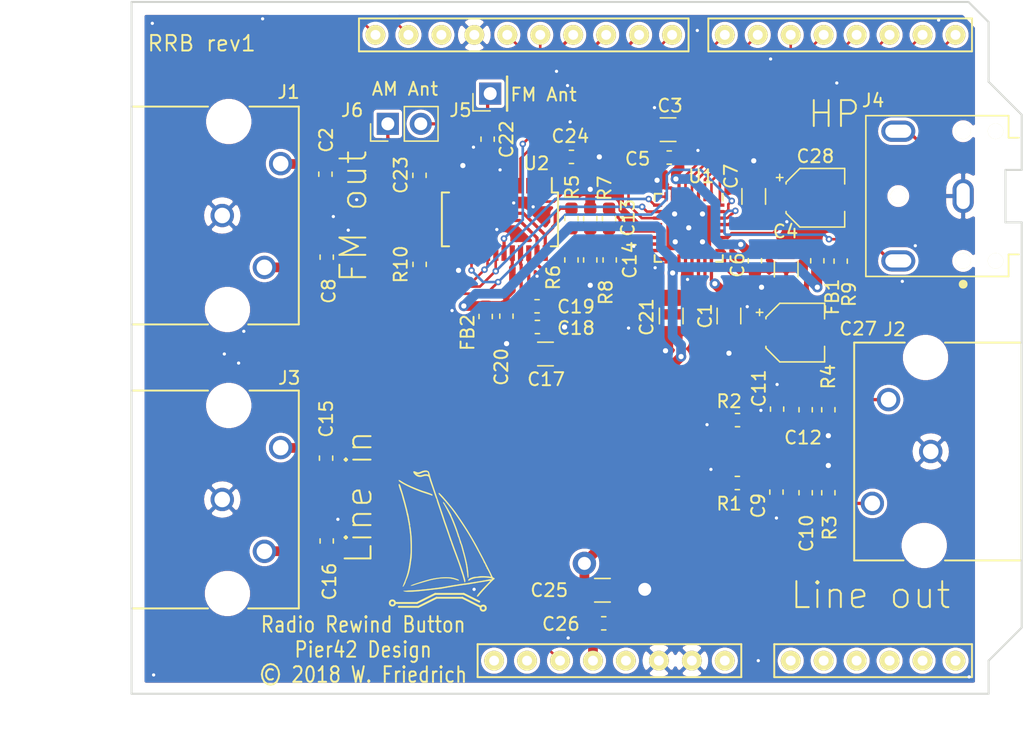
<source format=kicad_pcb>
(kicad_pcb (version 20171130) (host pcbnew "(5.0.0)")
  (title_block (title "RRB Radio Rewind Button") (date 2018-08-18) (rev 1) (company "Creative Commons Attribution - ShareAlike 4.0 International License") (comment 1 "This work is licensed under") (comment 3 "Pier42 Design") (comment 4 "Created by Wolfgang Friedrich"))
  (layers (0 F.Cu signal hide) (31 B.Cu signal hide) (35 F.Paste user hide) (37 F.SilkS user) (38 B.Mask user hide) (39 F.Mask user hide) (44 Edge.Cuts user))
  (net 0 "")
  (net 1 GND)
  (net 2 "Net-(C10-Pad2)")
  (net 3 "Net-(R10-Pad2)")
  (net 4 +3V3)
  (net 5 /Sheet_Audio_Devices/ROUT)
  (net 6 /Sheet_Audio_Devices/LOUT)
  (net 7 /Sheet_Audio_Devices/DOUT)
  (net 8 /Sheet_Audio_Devices/DFS)
  (net 9 /Sheet_Audio_Devices/DCLK)
  (net 10 /Sheet_Audio_Devices/nINT_FM)
  (net 11 /Sheet_Audio_Devices/GPO1_FM)
  (net 12 "Net-(U2-Pad6)")
  (net 13 "Net-(U2-Pad7)")
  (net 14 /Sheet_Audio_Devices/nRST)
  (net 15 /Sheet_Audio_Devices/SCL)
  (net 16 /Sheet_Audio_Devices/SDA)
  (net 17 /Sheet_Audio_Devices/RCLK_FM)
  (net 18 "Net-(C19-Pad2)")
  (net 19 /Sheet_Audio_Devices/MCLK)
  (net 20 /Sheet_Audio_Devices/BCKIN)
  (net 21 /Sheet_Audio_Devices/LRCIN)
  (net 22 /Sheet_Audio_Devices/DIN)
  (net 23 /Sheet_Audio_Devices/MFP3)
  (net 24 /Sheet_Audio_Devices/MFP4)
  (net 25 "Net-(U1-Pad19)")
  (net 26 "Net-(U1-Pad20)")
  (net 27 "Net-(U1-Pad21)")
  (net 28 /Sheet_Audio_Devices/MFP5)
  (net 29 "Net-(SH1-PadAREF)")
  (net 30 "Net-(SH1-Pad5V)")
  (net 31 "Net-(SH1-PadNC)")
  (net 32 "Net-(SH1-PadVIN)")
  (net 33 "Net-(SH1-PadA1)")
  (net 34 "Net-(SH1-PadA2)")
  (net 35 "Net-(SH1-PadA3)")
  (net 36 "Net-(SH1-PadA4/1)")
  (net 37 "Net-(SH1-PadA5/1)")
  (net 38 "Net-(SH1-PadIREF)")
  (net 39 /Sheet_Audio_Devices/OUT)
  (net 40 /Sheet_Audio_Devices/LINEOUT_R)
  (net 41 /Sheet_Audio_Devices/FM_L)
  (net 42 /Sheet_Audio_Devices/FM_R)
  (net 43 /Sheet_Audio_Devices/LDO_SEL)
  (net 44 /Sheet_Audio_Devices/LINEOUT_L)
  (net 45 /Sheet_Audio_Devices/HP_L)
  (net 46 /Sheet_Audio_Devices/HP_R)
  (net 47 /Sheet_Audio_Devices/LIR)
  (net 48 /Sheet_Audio_Devices/LIL)
  (net 49 /Sheet_Audio_Devices/LO_L)
  (net 50 /Sheet_Audio_Devices/LO_R)
  (net 51 /Sheet_Audio_Devices/FMRO)
  (net 52 /Sheet_Audio_Devices/FMLO)
  (net 53 /Sheet_Audio_Devices/FMI)
  (net 54 /Sheet_Audio_Devices/RFGND)
  (net 55 /Sheet_Audio_Devices/AMI)
  (net 56 /Sheet_Audio_Devices/IN1L)
  (net 57 /Sheet_Audio_Devices/IN1R)
  (net 58 /Sheet_Audio_Devices/IN2L)
  (net 59 /Sheet_Audio_Devices/IN2R)
  (net 60 /Sheet_Audio_Devices/AM)
  (net 61 /Sheet_Audio_Devices/FM)
  (net 62 /Sheet_Audio_Devices/VA3V3)
  (net 63 /Sheet_Audio_Devices/AVdd3V3)
  (net 64 /Sheet_Audio_Devices/LDOin-VIO)
  (net 65 /Sheet_Audio_Devices/DVdd)
  (net 66 "Net-(SH1-PadA0)")
  (net 67 "Net-(C28-Pad2)")
  (net 68 "Net-(C27-Pad2)")
  (net 69 "Net-(C11-Pad2)")
  (module RRB:CUI_SJ1-3523N (layer F.Cu) (at 229.45 102.35 180)
    (fp_text reference J4 (at 6.94 7.37 180) (layer F.SilkS) (effects (font (size 1.00131 1.00131))))
    (fp_text value HP (at 9.94 6.32 180) (layer F.SilkS) (effects (font (size 2 2))))
    (pad Hole np_thru_hole circle (at 0 5 180) (size 1.2 1.2) (drill 1.2) (layers *.Cu *.Mask F.SilkS))
    (pad Hole np_thru_hole circle (at -2.5 5 180) (size 1.2 1.2) (drill 1.2) (layers *.Cu *.Mask F.SilkS))
    (pad Hole np_thru_hole circle (at 5 0 180) (size 1.2 1.2) (drill 1.2) (layers *.Cu *.Mask F.SilkS))
    (pad Hole np_thru_hole circle (at 0 -5 180) (size 1.2 1.2) (drill 1.2) (layers *.Cu *.Mask F.SilkS))
    (pad Hole np_thru_hole circle (at -2.5 -5 180) (size 1.2 1.2) (drill 1.2) (layers *.Cu *.Mask F.SilkS))
    (pad 3 thru_hole oval (at 5 -5) (size 2.616 1.632) (drill oval 2 1.016) (layers *.Cu *.Mask) (net 67 "Net-(C28-Pad2)"))
    (pad 2 thru_hole oval (at 5 5) (size 2.616 1.632) (drill oval 2 1.016) (layers *.Cu *.Mask) (net 68 "Net-(C27-Pad2)"))
    (pad 1 thru_hole oval (at 0 0 270) (size 2.616 1.632) (drill oval 2 1.016) (layers *.Cu *.Mask) (net 1 GND))
  )
  (module Capacitor_SMD:C_0603_1608Metric (layer F.Cu) (at 215.11 118.78 270)
    (fp_text reference C11 (at -1.6 1.4 270) (layer F.SilkS))
    (fp_text value 47nF hide)
    (pad 2 smd roundrect (at 0.7875 0 270) (size 0.875 0.95) (layers F.Cu F.Paste F.Mask) (net 69 "Net-(C11-Pad2)"))
    (pad 1 smd roundrect (at -0.7875 0 270) (size 0.875 0.95) (layers F.Cu F.Paste F.Mask) (net 1 GND))
  )
  (module Capacitor_SMD:C_0603_1608Metric (layer F.Cu) (at 215.06 125.18 90)
    (fp_text reference C9 (at -1.05 -1.4 90) (layer F.SilkS))
    (fp_text value 47nF hide)
    (pad 1 smd roundrect (at -0.7875 0 90) (size 0.875 0.95) (layers F.Cu F.Paste F.Mask) (net 1 GND))
    (pad 2 smd roundrect (at 0.7875 0 90) (size 0.875 0.95) (layers F.Cu F.Paste F.Mask) (net 2 "Net-(C10-Pad2)"))
  )
  (module Capacitor_SMD:CP_Elec_4x4.5 (layer F.Cu) (at 216.51 112.88)
    (fp_text reference C27 (at 4.85 -0.3) (layer F.SilkS))
    (fp_text value 47uF hide)
    (pad 2 smd rect (at 1.8 0) (size 2.6 1.6) (layers F.Cu F.Paste F.Mask) (net 68 "Net-(C27-Pad2)"))
    (pad 1 smd rect (at -1.8 0) (size 2.6 1.6) (layers F.Cu F.Paste F.Mask) (net 45 /Sheet_Audio_Devices/HP_L))
  )
  (module Capacitor_SMD:CP_Elec_4x4.5 (layer F.Cu) (at 218.06 102.48)
    (fp_text reference C28 (at 0 -3.2) (layer F.SilkS))
    (fp_text value 47uF hide)
    (pad 1 smd rect (at -1.8 0) (size 2.6 1.6) (layers F.Cu F.Paste F.Mask) (net 46 /Sheet_Audio_Devices/HP_R))
    (pad 2 smd rect (at 1.8 0) (size 2.6 1.6) (layers F.Cu F.Paste F.Mask) (net 67 "Net-(C28-Pad2)"))
  )
  (module RRB:CUI_RCJ2223 (layer F.Cu) (at 172.35 125.75 90)
    (fp_text reference J3 (at 9.37 5.16 180) (layer F.SilkS))
    (fp_text value "Line in" (at 0.17 10.51 90) (layer F.SilkS) (effects (font (size 2 2))))
    (pad "" np_thru_hole circle (at 7.25 0.5 90) (size 3 3) (drill 3) (layers *.Cu *.Mask))
    (pad "" np_thru_hole circle (at -7.25 0.4 90) (size 3 3) (drill 3) (layers *.Cu *.Mask))
    (pad 3 thru_hole circle (at 4 4.5 90) (size 1.8 1.8) (drill 1.2) (layers *.Cu *.Mask) (net 48 /Sheet_Audio_Devices/LIL))
    (pad 2 thru_hole circle (at -4 3.25 90) (size 1.8 1.8) (drill 1.2) (layers *.Cu *.Mask) (net 47 /Sheet_Audio_Devices/LIR))
    (pad 1 thru_hole circle (at 0 0 90) (size 1.8 1.8) (drill 1.2) (layers *.Cu *.Mask) (net 1 GND))
  )
  (module RRB:CUI_RCJ2223 (layer F.Cu) (at 226.95 122.05 270)
    (fp_text reference J2 (at -9.42 2.79) (layer F.SilkS))
    (fp_text value "Line out" (at 11.08 4.64) (layer F.SilkS) (effects (font (size 2 2))))
    (pad "" np_thru_hole circle (at 7.25 0.5 270) (size 3 3) (drill 3) (layers *.Cu *.Mask))
    (pad "" np_thru_hole circle (at -7.25 0.4 270) (size 3 3) (drill 3) (layers *.Cu *.Mask))
    (pad 3 thru_hole circle (at 4 4.5 270) (size 1.8 1.8) (drill 1.2) (layers *.Cu *.Mask) (net 49 /Sheet_Audio_Devices/LO_L))
    (pad 2 thru_hole circle (at -4 3.25 270) (size 1.8 1.8) (drill 1.2) (layers *.Cu *.Mask) (net 50 /Sheet_Audio_Devices/LO_R))
    (pad 1 thru_hole circle (at 0 0 270) (size 1.8 1.8) (drill 1.2) (layers *.Cu *.Mask) (net 1 GND))
  )
  (module RRB:CUI_RCJ2223 (layer F.Cu) (at 172.35 103.85 90)
    (fp_text reference J1 (at 9.52 5.11 180) (layer F.SilkS))
    (fp_text value "FM out" (at -0.08 10.11 90) (layer F.SilkS) (effects (font (size 2 2))))
    (pad "" np_thru_hole circle (at 7.25 0.5 90) (size 3 3) (drill 3) (layers *.Cu *.Mask))
    (pad "" np_thru_hole circle (at -7.25 0.4 90) (size 3 3) (drill 3) (layers *.Cu *.Mask))
    (pad 3 thru_hole circle (at 4 4.5 90) (size 1.8 1.8) (drill 1.2) (layers *.Cu *.Mask) (net 52 /Sheet_Audio_Devices/FMLO))
    (pad 2 thru_hole circle (at -4 3.25 90) (size 1.8 1.8) (drill 1.2) (layers *.Cu *.Mask) (net 51 /Sheet_Audio_Devices/FMRO))
    (pad 1 thru_hole circle (at 0 0 90) (size 1.8 1.8) (drill 1.2) (layers *.Cu *.Mask) (net 1 GND))
  )
  (module Capacitor_SMD:C_0603_1608Metric (layer F.Cu) (at 194.25 111.6125 270)
    (fp_text reference C20 (at 3.9175 0.39 270) (layer F.SilkS))
    (fp_text value 100nF hide)
    (pad 2 smd roundrect (at 0.7875 0 270) (size 0.875 0.95) (layers F.Cu F.Paste F.Mask) (net 1 GND))
    (pad 1 smd roundrect (at -0.7875 0 270) (size 0.875 0.95) (layers F.Cu F.Paste F.Mask) (net 4 +3V3))
  )
  (module Capacitor_SMD:C_0603_1608Metric (layer F.Cu) (at 196.6125 110.85)
    (fp_text reference C19 (at 2.9975 0.03) (layer F.SilkS))
    (fp_text value 100nF hide)
    (pad 1 smd roundrect (at -0.7875 0) (size 0.875 0.95) (layers F.Cu F.Paste F.Mask) (net 62 /Sheet_Audio_Devices/VA3V3))
    (pad 2 smd roundrect (at 0.7875 0) (size 0.875 0.95) (layers F.Cu F.Paste F.Mask) (net 18 "Net-(C19-Pad2)"))
  )
  (module Capacitor_SMD:C_0603_1608Metric (layer F.Cu) (at 196.6375 112.45)
    (fp_text reference C18 (at 2.9725 0.08) (layer F.SilkS))
    (fp_text value 100nF hide)
    (pad 2 smd roundrect (at 0.7875 0) (size 0.875 0.95) (layers F.Cu F.Paste F.Mask) (net 1 GND))
    (pad 1 smd roundrect (at -0.7875 0) (size 0.875 0.95) (layers F.Cu F.Paste F.Mask) (net 62 /Sheet_Audio_Devices/VA3V3))
  )
  (module Inductor_SMD:L_0603_1608Metric (layer F.Cu) (at 192.65 111.6375 90)
    (fp_text reference FB2 (at -1.2425 -1.39 90) (layer F.SilkS))
    (fp_text value 600R hide)
    (pad 2 smd roundrect (at 0.7875 0 90) (size 0.875 0.95) (layers F.Cu F.Paste F.Mask) (net 4 +3V3))
    (pad 1 smd roundrect (at -0.7875 0 90) (size 0.875 0.95) (layers F.Cu F.Paste F.Mask) (net 62 /Sheet_Audio_Devices/VA3V3))
  )
  (module Capacitor_SMD:C_1206_3216Metric (layer F.Cu) (at 197.26 114.53)
    (fp_text reference C17 (at 0.05 1.95) (layer F.SilkS))
    (fp_text value 10uF hide)
    (pad 1 smd roundrect (at -1.4 0) (size 1.25 1.75) (layers F.Cu F.Paste F.Mask) (roundrect_rratio 0.2) (net 62 /Sheet_Audio_Devices/VA3V3))
    (pad 2 smd roundrect (at 1.4 0) (size 1.25 1.75) (layers F.Cu F.Paste F.Mask) (roundrect_rratio 0.2) (net 1 GND))
  )
  (module Inductor_SMD:L_0603_1608Metric (layer F.Cu) (at 218.21 107.3425 270)
    (fp_text reference FB1 (at 2.7875 -1.15 270) (layer F.SilkS))
    (fp_text value 600R hide)
    (pad 1 smd roundrect (at -0.7875 0 270) (size 0.875 0.95) (layers F.Cu F.Paste F.Mask) (net 64 /Sheet_Audio_Devices/LDOin-VIO))
    (pad 2 smd roundrect (at 0.7875 0 270) (size 0.875 0.95) (layers F.Cu F.Paste F.Mask) (net 4 +3V3))
  )
  (module Capacitor_SMD:C_0603_1608Metric (layer F.Cu) (at 213.4 107.3375 270)
    (fp_text reference C6 (at 0.3425 1.34 90) (layer F.SilkS))
    (fp_text value 100nF hide)
    (pad 1 smd roundrect (at -0.7875 0 270) (size 0.875 0.95) (layers F.Cu F.Paste F.Mask) (net 64 /Sheet_Audio_Devices/LDOin-VIO))
    (pad 2 smd roundrect (at 0.7875 0 270) (size 0.875 0.95) (layers F.Cu F.Paste F.Mask) (net 1 GND))
  )
  (module Capacitor_SMD:C_1206_3216Metric (layer F.Cu) (at 215.81 107.98 270)
    (fp_text reference C4 (at -2.9 0.05) (layer F.SilkS))
    (fp_text value 10uF hide)
    (pad 2 smd roundrect (at 1.4 0 270) (size 1.25 1.75) (layers F.Cu F.Paste F.Mask) (roundrect_rratio 0.2) (net 1 GND))
    (pad 1 smd roundrect (at -1.4 0 270) (size 1.25 1.75) (layers F.Cu F.Paste F.Mask) (roundrect_rratio 0.2) (net 64 /Sheet_Audio_Devices/LDOin-VIO))
  )
  (module Connector_PinHeader_2.54mm:PinHeader_1x02_P2.54mm_Vertical (layer F.Cu) (at 185.11 96.78 90)
    (fp_text reference J6 (at 1.05 -2.75) (layer F.SilkS))
    (fp_text value "AM Ant" (at 2.69 1.32 180) (layer F.SilkS))
    (pad 1 thru_hole rect (at 0 0 90) (size 1.7 1.7) (drill 1) (layers *.Cu *.Mask) (net 60 /Sheet_Audio_Devices/AM))
    (pad 2 thru_hole oval (at 0 2.54 90) (size 1.7 1.7) (drill 1) (layers *.Cu *.Mask) (net 54 /Sheet_Audio_Devices/RFGND))
  )
  (module Capacitor_SMD:C_1206_3216Metric (layer F.Cu) (at 201.65 132.75)
    (fp_text reference C25 (at -4.1 0) (layer F.SilkS))
    (fp_text value 10uF hide)
    (pad 1 smd roundrect (at -1.4 0) (size 1.25 1.75) (layers F.Cu F.Paste F.Mask) (roundrect_rratio 0.2) (net 4 +3V3))
    (pad 2 smd roundrect (at 1.4 0) (size 1.25 1.75) (layers F.Cu F.Paste F.Mask) (roundrect_rratio 0.2) (net 1 GND))
  )
  (module SHIELD_ARDUINO:ARDUINO_as_UNO_R3_CONTOUR (layer F.Cu) (at 199.65 114.05)
    (fp_text reference SH1 hide)
    (fp_text value ARDUINO_as_UNO hide)
    (pad NC thru_hole circle (at -6.35 24.13) (size 1.524 1.524) (drill 0.762) (layers *.Cu *.Mask F.SilkS) (net 31 "Net-(SH1-PadNC)"))
    (pad RST thru_hole circle (at -1.27 24.13) (size 1.524 1.524) (drill 0.762) (layers *.Cu *.Mask F.SilkS) (net 14 /Sheet_Audio_Devices/nRST))
    (pad 3V3 thru_hole circle (at 1.27 24.13) (size 1.524 1.524) (drill 0.762) (layers *.Cu *.Mask F.SilkS) (net 4 +3V3))
    (pad 5V thru_hole circle (at 3.81 24.13) (size 1.524 1.524) (drill 0.762) (layers *.Cu *.Mask F.SilkS) (net 30 "Net-(SH1-Pad5V)"))
    (pad GND1 thru_hole circle (at 6.35 24.13) (size 1.524 1.524) (drill 0.762) (layers *.Cu *.Mask F.SilkS) (net 1 GND))
    (pad GND2 thru_hole circle (at 8.89 24.13) (size 1.524 1.524) (drill 0.762) (layers *.Cu *.Mask F.SilkS) (net 1 GND))
    (pad VIN thru_hole circle (at 11.43 24.13) (size 1.524 1.524) (drill 0.762) (layers *.Cu *.Mask F.SilkS) (net 32 "Net-(SH1-PadVIN)"))
    (pad A0 thru_hole circle (at 16.51 24.13) (size 1.524 1.524) (drill 0.762) (layers *.Cu *.Mask F.SilkS) (net 66 "Net-(SH1-PadA0)"))
    (pad A1 thru_hole circle (at 19.05 24.13) (size 1.524 1.524) (drill 0.762) (layers *.Cu *.Mask F.SilkS) (net 33 "Net-(SH1-PadA1)"))
    (pad A2 thru_hole circle (at 21.59 24.13) (size 1.524 1.524) (drill 0.762) (layers *.Cu *.Mask F.SilkS) (net 34 "Net-(SH1-PadA2)"))
    (pad A3 thru_hole circle (at 24.13 24.13) (size 1.524 1.524) (drill 0.762) (layers *.Cu *.Mask F.SilkS) (net 35 "Net-(SH1-PadA3)"))
    (pad A4/1 thru_hole circle (at 26.67 24.13) (size 1.524 1.524) (drill 0.762) (layers *.Cu *.Mask F.SilkS) (net 36 "Net-(SH1-PadA4/1)"))
    (pad A5/1 thru_hole circle (at 29.21 24.13) (size 1.524 1.524) (drill 0.762) (layers *.Cu *.Mask F.SilkS) (net 37 "Net-(SH1-PadA5/1)"))
    (pad 0 thru_hole circle (at 29.21 -24.13) (size 1.524 1.524) (drill 0.762) (layers *.Cu *.Mask F.SilkS) (net 28 /Sheet_Audio_Devices/MFP5))
    (pad 1 thru_hole circle (at 26.67 -24.13) (size 1.524 1.524) (drill 0.762) (layers *.Cu *.Mask F.SilkS) (net 19 /Sheet_Audio_Devices/MCLK))
    (pad 2 thru_hole circle (at 24.13 -24.13) (size 1.524 1.524) (drill 0.762) (layers *.Cu *.Mask F.SilkS) (net 20 /Sheet_Audio_Devices/BCKIN))
    (pad 3 thru_hole circle (at 21.59 -24.13) (size 1.524 1.524) (drill 0.762) (layers *.Cu *.Mask F.SilkS) (net 21 /Sheet_Audio_Devices/LRCIN))
    (pad 4 thru_hole circle (at 19.05 -24.13) (size 1.524 1.524) (drill 0.762) (layers *.Cu *.Mask F.SilkS) (net 22 /Sheet_Audio_Devices/DIN))
    (pad 5 thru_hole circle (at 16.51 -24.13) (size 1.524 1.524) (drill 0.762) (layers *.Cu *.Mask F.SilkS) (net 7 /Sheet_Audio_Devices/DOUT))
    (pad 6 thru_hole circle (at 13.97 -24.13) (size 1.524 1.524) (drill 0.762) (layers *.Cu *.Mask F.SilkS) (net 23 /Sheet_Audio_Devices/MFP3))
    (pad 7 thru_hole circle (at 11.43 -24.13) (size 1.524 1.524) (drill 0.762) (layers *.Cu *.Mask F.SilkS) (net 24 /Sheet_Audio_Devices/MFP4))
    (pad 8 thru_hole circle (at 7.366 -24.13) (size 1.524 1.524) (drill 0.762) (layers *.Cu *.Mask F.SilkS) (net 8 /Sheet_Audio_Devices/DFS))
    (pad 9 thru_hole circle (at 4.826 -24.13) (size 1.524 1.524) (drill 0.762) (layers *.Cu *.Mask F.SilkS) (net 39 /Sheet_Audio_Devices/OUT))
    (pad 10 thru_hole circle (at 2.286 -24.13) (size 1.524 1.524) (drill 0.762) (layers *.Cu *.Mask F.SilkS) (net 9 /Sheet_Audio_Devices/DCLK))
    (pad 11 thru_hole circle (at -0.254 -24.13) (size 1.524 1.524) (drill 0.762) (layers *.Cu *.Mask F.SilkS) (net 10 /Sheet_Audio_Devices/nINT_FM))
    (pad 12 thru_hole circle (at -2.794 -24.13) (size 1.524 1.524) (drill 0.762) (layers *.Cu *.Mask F.SilkS) (net 17 /Sheet_Audio_Devices/RCLK_FM))
    (pad 13 thru_hole circle (at -5.334 -24.13) (size 1.524 1.524) (drill 0.762) (layers *.Cu *.Mask F.SilkS) (net 11 /Sheet_Audio_Devices/GPO1_FM))
    (pad GND3 thru_hole circle (at -7.874 -24.13) (size 1.524 1.524) (drill 0.762) (layers *.Cu *.Mask F.SilkS) (net 1 GND))
    (pad AREF thru_hole circle (at -10.414 -24.13) (size 1.524 1.524) (drill 0.762) (layers *.Cu *.Mask F.SilkS) (net 29 "Net-(SH1-PadAREF)"))
    (pad A4/2 thru_hole circle (at -12.954 -24.13) (size 1.524 1.524) (drill 0.762) (layers *.Cu *.Mask F.SilkS) (net 16 /Sheet_Audio_Devices/SDA))
    (pad A5/2 thru_hole circle (at -15.494 -24.13) (size 1.524 1.524) (drill 0.762) (layers *.Cu *.Mask F.SilkS) (net 15 /Sheet_Audio_Devices/SCL))
    (pad IREF thru_hole circle (at -3.81 24.13) (size 1.524 1.524) (drill 0.762) (layers *.Cu *.Mask F.SilkS) (net 38 "Net-(SH1-PadIREF)"))
  )
  (module Capacitor_SMD:C_0603_1608Metric (layer F.Cu) (at 201.75 135.3)
    (fp_text reference C26 (at -3.3 0.05) (layer F.SilkS))
    (fp_text value 100nF hide)
    (pad 1 smd roundrect (at -0.7875 0) (size 0.875 0.95) (layers F.Cu F.Paste F.Mask) (net 4 +3V3))
    (pad 2 smd roundrect (at 0.7875 0) (size 0.875 0.95) (layers F.Cu F.Paste F.Mask) (net 1 GND))
  )
  (module Capacitor_SMD:C_0603_1608Metric (layer F.Cu) (at 187.55 100.75 90)
    (fp_text reference C23 (at 0.02 -1.44 90) (layer F.SilkS))
    (fp_text value 1nF hide)
    (pad 2 smd roundrect (at 0.7875 0 90) (size 0.875 0.95) (layers F.Cu F.Paste F.Mask) (net 60 /Sheet_Audio_Devices/AM))
    (pad 1 smd roundrect (at -0.7875 0 90) (size 0.875 0.95) (layers F.Cu F.Paste F.Mask) (net 55 /Sheet_Audio_Devices/AMI))
  )
  (module Capacitor_SMD:C_0603_1608Metric (layer F.Cu) (at 192.8 97.9625 90)
    (fp_text reference C22 (at -0.0175 1.46 90) (layer F.SilkS))
    (fp_text value 1nF hide)
    (pad 1 smd roundrect (at -0.7875 0 90) (size 0.875 0.95) (layers F.Cu F.Paste F.Mask) (net 53 /Sheet_Audio_Devices/FMI))
    (pad 2 smd roundrect (at 0.7875 0 90) (size 0.875 0.95) (layers F.Cu F.Paste F.Mask) (net 61 /Sheet_Audio_Devices/FM))
  )
  (module Capacitor_SMD:C_0603_1608Metric (layer F.Cu) (at 199.26 99.33)
    (fp_text reference C24 (at -0.0875 -1.6) (layer F.SilkS))
    (fp_text value 5pF hide)
    (pad 1 smd roundrect (at -0.7875 0) (size 0.875 0.95) (layers F.Cu F.Paste F.Mask) (net 8 /Sheet_Audio_Devices/DFS))
    (pad 2 smd roundrect (at 0.7875 0) (size 0.875 0.95) (layers F.Cu F.Paste F.Mask) (net 1 GND))
  )
  (module Capacitor_SMD:C_0603_1608Metric (layer F.Cu) (at 180.35 122.5625 90)
    (fp_text reference C15 (at 3.0325 0.01 90) (layer F.SilkS))
    (fp_text value 0.47uF hide)
    (pad 2 smd roundrect (at 0.7875 0 90) (size 0.875 0.95) (layers F.Cu F.Paste F.Mask) (net 48 /Sheet_Audio_Devices/LIL))
    (pad 1 smd roundrect (at -0.7875 0 90) (size 0.875 0.95) (layers F.Cu F.Paste F.Mask) (net 58 /Sheet_Audio_Devices/IN2L))
  )
  (module Capacitor_SMD:C_0603_1608Metric (layer F.Cu) (at 202.21 107.28 90)
    (fp_text reference C14 (at 0 1.55 90) (layer F.SilkS))
    (fp_text value 0.47uF hide)
    (pad 1 smd roundrect (at -0.7875 0 90) (size 0.875 0.95) (layers F.Cu F.Paste F.Mask) (net 57 /Sheet_Audio_Devices/IN1R))
    (pad 2 smd roundrect (at 0.7875 0 90) (size 0.875 0.95) (layers F.Cu F.Paste F.Mask) (net 42 /Sheet_Audio_Devices/FM_R))
  )
  (module Capacitor_SMD:C_0603_1608Metric (layer F.Cu) (at 202.16 104.08 270)
    (fp_text reference C13 (at -0.05 -1.45 270) (layer F.SilkS))
    (fp_text value 0.47uF hide)
    (pad 2 smd roundrect (at 0.7875 0 270) (size 0.875 0.95) (layers F.Cu F.Paste F.Mask) (net 41 /Sheet_Audio_Devices/FM_L))
    (pad 1 smd roundrect (at -0.7875 0 270) (size 0.875 0.95) (layers F.Cu F.Paste F.Mask) (net 56 /Sheet_Audio_Devices/IN1L))
  )
  (module Capacitor_SMD:C_0603_1608Metric (layer F.Cu) (at 180.3 100.6625 270)
    (fp_text reference C2 (at -2.6325 -0.06 270) (layer F.SilkS))
    (fp_text value 100nF hide)
    (pad 1 smd roundrect (at -0.7875 0 270) (size 0.875 0.95) (layers F.Cu F.Paste F.Mask) (net 52 /Sheet_Audio_Devices/FMLO))
    (pad 2 smd roundrect (at 0.7875 0 270) (size 0.875 0.95) (layers F.Cu F.Paste F.Mask) (net 6 /Sheet_Audio_Devices/LOUT))
  )
  (module Capacitor_SMD:C_0603_1608Metric (layer F.Cu) (at 206.7975 99.38 180)
    (fp_text reference C5 (at 2.4375 -0.1 180) (layer F.SilkS))
    (fp_text value 100nF hide)
    (pad 2 smd roundrect (at 0.7875 0 180) (size 0.875 0.95) (layers F.Cu F.Paste F.Mask) (net 1 GND))
    (pad 1 smd roundrect (at -0.7875 0 180) (size 0.875 0.95) (layers F.Cu F.Paste F.Mask) (net 64 /Sheet_Audio_Devices/LDOin-VIO))
  )
  (module Capacitor_SMD:C_0603_1608Metric (layer F.Cu) (at 180.4 107.0625 90)
    (fp_text reference C8 (at -2.6175 0.16 90) (layer F.SilkS))
    (fp_text value 100nF hide)
    (pad 2 smd roundrect (at 0.7875 0 90) (size 0.875 0.95) (layers F.Cu F.Paste F.Mask) (net 5 /Sheet_Audio_Devices/ROUT))
    (pad 1 smd roundrect (at -0.7875 0 90) (size 0.875 0.95) (layers F.Cu F.Paste F.Mask) (net 51 /Sheet_Audio_Devices/FMRO))
  )
  (module Capacitor_SMD:C_0603_1608Metric (layer F.Cu) (at 217.31 125.23 90)
    (fp_text reference C10 (at -3.13 0.06 90) (layer F.SilkS))
    (fp_text value 1uF hide)
    (pad 1 smd roundrect (at -0.7875 0 90) (size 0.875 0.95) (layers F.Cu F.Paste F.Mask) (net 49 /Sheet_Audio_Devices/LO_L))
    (pad 2 smd roundrect (at 0.7875 0 90) (size 0.875 0.95) (layers F.Cu F.Paste F.Mask) (net 2 "Net-(C10-Pad2)"))
  )
  (module Capacitor_SMD:C_0603_1608Metric (layer F.Cu) (at 180.4 128.95 270)
    (fp_text reference C16 (at 3.13 -0.21 270) (layer F.SilkS))
    (fp_text value 0.47uF hide)
    (pad 2 smd roundrect (at 0.7875 0 270) (size 0.875 0.95) (layers F.Cu F.Paste F.Mask) (net 47 /Sheet_Audio_Devices/LIR))
    (pad 1 smd roundrect (at -0.7875 0 270) (size 0.875 0.95) (layers F.Cu F.Paste F.Mask) (net 59 /Sheet_Audio_Devices/IN2R))
  )
  (module Capacitor_SMD:C_0603_1608Metric (layer F.Cu) (at 217.31 118.83 270)
    (fp_text reference C12 (at 2.15 0.2) (layer F.SilkS))
    (fp_text value 1uF hide)
    (pad 1 smd roundrect (at -0.7875 0 270) (size 0.875 0.95) (layers F.Cu F.Paste F.Mask) (net 50 /Sheet_Audio_Devices/LO_R))
    (pad 2 smd roundrect (at 0.7875 0 270) (size 0.875 0.95) (layers F.Cu F.Paste F.Mask) (net 69 "Net-(C11-Pad2)"))
  )
  (module Capacitor_SMD:C_1206_3216Metric (layer F.Cu) (at 213.31 102.38 90)
    (fp_text reference C7 (at 1.55 -1.75 90) (layer F.SilkS))
    (fp_text value 10uF hide)
    (pad 1 smd roundrect (at -1.4 0 90) (size 1.25 1.75) (layers F.Cu F.Paste F.Mask) (roundrect_rratio 0.2) (net 65 /Sheet_Audio_Devices/DVdd))
    (pad 2 smd roundrect (at 1.4 0 90) (size 1.25 1.75) (layers F.Cu F.Paste F.Mask) (roundrect_rratio 0.2) (net 1 GND))
  )
  (module Capacitor_SMD:C_1206_3216Metric (layer F.Cu) (at 211.4 111.6 270)
    (fp_text reference C1 (at 0 1.84 270) (layer F.SilkS))
    (fp_text value 10uF hide)
    (pad 1 smd roundrect (at -1.4 0 270) (size 1.25 1.75) (layers F.Cu F.Paste F.Mask) (roundrect_rratio 0.2) (net 63 /Sheet_Audio_Devices/AVdd3V3))
    (pad 2 smd roundrect (at 1.4 0 270) (size 1.25 1.75) (layers F.Cu F.Paste F.Mask) (roundrect_rratio 0.2) (net 1 GND))
  )
  (module Capacitor_SMD:C_1206_3216Metric (layer F.Cu) (at 206.95 111.6 270)
    (fp_text reference C21 (at 0.08 1.89 270) (layer F.SilkS))
    (fp_text value 4.7uF hide)
    (pad 2 smd roundrect (at 1.4 0 270) (size 1.25 1.75) (layers F.Cu F.Paste F.Mask) (roundrect_rratio 0.2) (net 1 GND))
    (pad 1 smd roundrect (at -1.4 0 270) (size 1.25 1.75) (layers F.Cu F.Paste F.Mask) (roundrect_rratio 0.2) (net 4 +3V3))
  )
  (module Capacitor_SMD:C_1206_3216Metric (layer F.Cu) (at 206.71 97.23 180)
    (fp_text reference C3 (at -0.15 1.85 180) (layer F.SilkS))
    (fp_text value 10uF hide)
    (pad 1 smd roundrect (at -1.4 0 180) (size 1.25 1.75) (layers F.Cu F.Paste F.Mask) (roundrect_rratio 0.2) (net 64 /Sheet_Audio_Devices/LDOin-VIO))
    (pad 2 smd roundrect (at 1.4 0 180) (size 1.25 1.75) (layers F.Cu F.Paste F.Mask) (roundrect_rratio 0.2) (net 1 GND))
  )
  (module Connector_PinHeader_2.54mm:PinHeader_1x01_P2.54mm_Vertical (layer F.Cu) (at 193 94.45 90)
    (fp_text reference J5 (at -1.28 -2.29) (layer F.SilkS))
    (fp_text value "FM Ant" (at -0.08 4.11) (layer F.SilkS))
    (pad 1 thru_hole rect (at 0 0 90) (size 1.7 1.7) (drill 1) (layers *.Cu *.Mask) (net 61 /Sheet_Audio_Devices/FM))
  )
  (module Package_DFN_QFN:QFN-32-1EP_5x5mm_P0.5mm_EP3.45x3.45mm (layer F.Cu) (at 208.3 104.8 270)
    (fp_text reference U1 (at -3.97 -0.96) (layer F.SilkS))
    (fp_text value PCM3070 hide)
    (pad 1 smd rect (at -2.4 -1.75 270) (size 0.7 0.25) (layers F.Cu F.Paste F.Mask) (net 19 /Sheet_Audio_Devices/MCLK))
    (pad 2 smd rect (at -2.4 -1.25 270) (size 0.7 0.25) (layers F.Cu F.Paste F.Mask) (net 20 /Sheet_Audio_Devices/BCKIN))
    (pad 3 smd rect (at -2.4 -0.75 270) (size 0.7 0.25) (layers F.Cu F.Paste F.Mask) (net 21 /Sheet_Audio_Devices/LRCIN))
    (pad 4 smd rect (at -2.4 -0.25 270) (size 0.7 0.25) (layers F.Cu F.Paste F.Mask) (net 22 /Sheet_Audio_Devices/DIN))
    (pad 5 smd rect (at -2.4 0.25 270) (size 0.7 0.25) (layers F.Cu F.Paste F.Mask) (net 7 /Sheet_Audio_Devices/DOUT))
    (pad 6 smd rect (at -2.4 0.75 270) (size 0.7 0.25) (layers F.Cu F.Paste F.Mask) (net 64 /Sheet_Audio_Devices/LDOin-VIO))
    (pad 7 smd rect (at -2.4 1.25 270) (size 0.7 0.25) (layers F.Cu F.Paste F.Mask) (net 1 GND))
    (pad 8 smd rect (at -2.4 1.75 270) (size 0.7 0.25) (layers F.Cu F.Paste F.Mask) (net 23 /Sheet_Audio_Devices/MFP3))
    (pad 9 smd rect (at -1.75 2.4) (size 0.7 0.25) (layers F.Cu F.Paste F.Mask) (net 15 /Sheet_Audio_Devices/SCL))
    (pad 10 smd rect (at -1.25 2.4) (size 0.7 0.25) (layers F.Cu F.Paste F.Mask) (net 16 /Sheet_Audio_Devices/SDA))
    (pad 11 smd rect (at -0.75 2.4) (size 0.7 0.25) (layers F.Cu F.Paste F.Mask) (net 24 /Sheet_Audio_Devices/MFP4))
    (pad 12 smd rect (at -0.25 2.4) (size 0.7 0.25) (layers F.Cu F.Paste F.Mask) (net 1 GND))
    (pad 13 smd rect (at 0.25 2.4) (size 0.7 0.25) (layers F.Cu F.Paste F.Mask) (net 56 /Sheet_Audio_Devices/IN1L))
    (pad 14 smd rect (at 0.75 2.4) (size 0.7 0.25) (layers F.Cu F.Paste F.Mask) (net 57 /Sheet_Audio_Devices/IN1R))
    (pad 15 smd rect (at 1.25 2.4) (size 0.7 0.25) (layers F.Cu F.Paste F.Mask) (net 58 /Sheet_Audio_Devices/IN2L))
    (pad 16 smd rect (at 1.75 2.4) (size 0.7 0.25) (layers F.Cu F.Paste F.Mask) (net 59 /Sheet_Audio_Devices/IN2R))
    (pad 17 smd rect (at 2.4 1.75 270) (size 0.7 0.25) (layers F.Cu F.Paste F.Mask) (net 1 GND))
    (pad 18 smd rect (at 2.4 1.25 270) (size 0.7 0.25) (layers F.Cu F.Paste F.Mask) (net 4 +3V3))
    (pad 19 smd rect (at 2.4 0.75 270) (size 0.7 0.25) (layers F.Cu F.Paste F.Mask) (net 25 "Net-(U1-Pad19)"))
    (pad 20 smd rect (at 2.4 0.25 270) (size 0.7 0.25) (layers F.Cu F.Paste F.Mask) (net 26 "Net-(U1-Pad20)"))
    (pad 21 smd rect (at 2.4 -0.25 270) (size 0.7 0.25) (layers F.Cu F.Paste F.Mask) (net 27 "Net-(U1-Pad21)"))
    (pad 22 smd rect (at 2.4 -0.75 270) (size 0.7 0.25) (layers F.Cu F.Paste F.Mask) (net 44 /Sheet_Audio_Devices/LINEOUT_L))
    (pad 23 smd rect (at 2.4 -1.25 270) (size 0.7 0.25) (layers F.Cu F.Paste F.Mask) (net 40 /Sheet_Audio_Devices/LINEOUT_R))
    (pad 24 smd rect (at 2.4 -1.75 270) (size 0.7 0.25) (layers F.Cu F.Paste F.Mask) (net 63 /Sheet_Audio_Devices/AVdd3V3))
    (pad 25 smd rect (at 1.75 -2.4) (size 0.7 0.25) (layers F.Cu F.Paste F.Mask) (net 45 /Sheet_Audio_Devices/HP_L))
    (pad 26 smd rect (at 1.25 -2.4) (size 0.7 0.25) (layers F.Cu F.Paste F.Mask) (net 64 /Sheet_Audio_Devices/LDOin-VIO))
    (pad 27 smd rect (at 0.75 -2.4) (size 0.7 0.25) (layers F.Cu F.Paste F.Mask) (net 46 /Sheet_Audio_Devices/HP_R))
    (pad 28 smd rect (at 0.25 -2.4) (size 0.7 0.25) (layers F.Cu F.Paste F.Mask) (net 1 GND))
    (pad 29 smd rect (at -0.25 -2.4) (size 0.7 0.25) (layers F.Cu F.Paste F.Mask) (net 65 /Sheet_Audio_Devices/DVdd))
    (pad 30 smd rect (at -0.75 -2.4) (size 0.7 0.25) (layers F.Cu F.Paste F.Mask) (net 43 /Sheet_Audio_Devices/LDO_SEL))
    (pad 31 smd rect (at -1.25 -2.4) (size 0.7 0.25) (layers F.Cu F.Paste F.Mask) (net 14 /Sheet_Audio_Devices/nRST))
    (pad 32 smd rect (at -1.75 -2.4) (size 0.7 0.25) (layers F.Cu F.Paste F.Mask) (net 28 /Sheet_Audio_Devices/MFP5))
    (pad 33 smd rect (at 0 0 270) (size 3.45 3.45) (layers F.Cu F.Mask) (net 1 GND))
  )
  (module Package_SO:SSOP-24_3.9x8.7mm_P0.635mm (layer F.Cu) (at 193.75 104.15 270)
    (fp_text reference U2 (at -4.32 -2.81 180) (layer F.SilkS))
    (fp_text value Si4731GU hide)
    (pad 1 smd rect (at -2.6 -3.4925 270) (size 1.2 0.4) (layers F.Cu F.Paste F.Mask) (net 39 /Sheet_Audio_Devices/OUT))
    (pad 2 smd rect (at -2.6 -2.8575 270) (size 1.2 0.4) (layers F.Cu F.Paste F.Mask) (net 8 /Sheet_Audio_Devices/DFS))
    (pad 3 smd rect (at -2.6 -2.2225 270) (size 1.2 0.4) (layers F.Cu F.Paste F.Mask) (net 9 /Sheet_Audio_Devices/DCLK))
    (pad 4 smd rect (at -2.6 -1.5875 270) (size 1.2 0.4) (layers F.Cu F.Paste F.Mask) (net 10 /Sheet_Audio_Devices/nINT_FM))
    (pad 5 smd rect (at -2.6 -0.9525 270) (size 1.2 0.4) (layers F.Cu F.Paste F.Mask) (net 11 /Sheet_Audio_Devices/GPO1_FM))
    (pad 6 smd rect (at -2.6 -0.3175 270) (size 1.2 0.4) (layers F.Cu F.Paste F.Mask) (net 12 "Net-(U2-Pad6)"))
    (pad 7 smd rect (at -2.6 0.3175 270) (size 1.2 0.4) (layers F.Cu F.Paste F.Mask) (net 13 "Net-(U2-Pad7)"))
    (pad 8 smd rect (at -2.6 0.9525 270) (size 1.2 0.4) (layers F.Cu F.Paste F.Mask) (net 53 /Sheet_Audio_Devices/FMI))
    (pad 9 smd rect (at -2.6 1.5875 270) (size 1.2 0.4) (layers F.Cu F.Paste F.Mask) (net 54 /Sheet_Audio_Devices/RFGND))
    (pad 10 smd rect (at -2.6 2.2225 270) (size 1.2 0.4) (layers F.Cu F.Paste F.Mask) (net 1 GND))
    (pad 11 smd rect (at -2.6 2.8575 270) (size 1.2 0.4) (layers F.Cu F.Paste F.Mask) (net 1 GND))
    (pad 12 smd rect (at -2.6 3.4925 270) (size 1.2 0.4) (layers F.Cu F.Paste F.Mask) (net 55 /Sheet_Audio_Devices/AMI))
    (pad 13 smd rect (at 2.6 3.4925 270) (size 1.2 0.4) (layers F.Cu F.Paste F.Mask) (net 1 GND))
    (pad 14 smd rect (at 2.6 2.8575 270) (size 1.2 0.4) (layers F.Cu F.Paste F.Mask) (net 1 GND))
    (pad 15 smd rect (at 2.6 2.2225 270) (size 1.2 0.4) (layers F.Cu F.Paste F.Mask) (net 14 /Sheet_Audio_Devices/nRST))
    (pad 16 smd rect (at 2.6 1.5875 270) (size 1.2 0.4) (layers F.Cu F.Paste F.Mask) (net 3 "Net-(R10-Pad2)"))
    (pad 17 smd rect (at 2.6 0.9525 270) (size 1.2 0.4) (layers F.Cu F.Paste F.Mask) (net 15 /Sheet_Audio_Devices/SCL))
    (pad 18 smd rect (at 2.6 0.3175 270) (size 1.2 0.4) (layers F.Cu F.Paste F.Mask) (net 16 /Sheet_Audio_Devices/SDA))
    (pad 19 smd rect (at 2.6 -0.3175 270) (size 1.2 0.4) (layers F.Cu F.Paste F.Mask) (net 17 /Sheet_Audio_Devices/RCLK_FM))
    (pad 20 smd rect (at 2.6 -0.9525 270) (size 1.2 0.4) (layers F.Cu F.Paste F.Mask) (net 4 +3V3))
    (pad 21 smd rect (at 2.6 -1.5875 270) (size 1.2 0.4) (layers F.Cu F.Paste F.Mask) (net 62 /Sheet_Audio_Devices/VA3V3))
    (pad 22 smd rect (at 2.6 -2.2225 270) (size 1.2 0.4) (layers F.Cu F.Paste F.Mask) (net 18 "Net-(C19-Pad2)"))
    (pad 23 smd rect (at 2.6 -2.8575 270) (size 1.2 0.4) (layers F.Cu F.Paste F.Mask) (net 5 /Sheet_Audio_Devices/ROUT))
    (pad 24 smd rect (at 2.6 -3.4925 270) (size 1.2 0.4) (layers F.Cu F.Paste F.Mask) (net 6 /Sheet_Audio_Devices/LOUT))
  )
  (module Resistor_SMD:R_0603_1608Metric (layer F.Cu) (at 219.06 118.83 90)
    (fp_text reference R4 (at 2.55 0 90) (layer F.SilkS))
    (fp_text value 1K hide)
    (pad 2 smd roundrect (at 0.7875 0 90) (size 0.875 0.95) (layers F.Cu F.Paste F.Mask) (net 50 /Sheet_Audio_Devices/LO_R))
    (pad 1 smd roundrect (at -0.7875 0 90) (size 0.875 0.95) (layers F.Cu F.Paste F.Mask) (net 1 GND))
  )
  (module Resistor_SMD:R_0603_1608Metric (layer F.Cu) (at 199.26 104.08 270)
    (fp_text reference R5 (at -2.4 -0.05 270) (layer F.SilkS))
    (fp_text value 7K5 hide)
    (pad 1 smd roundrect (at -0.7875 0 270) (size 0.875 0.95) (layers F.Cu F.Paste F.Mask) (net 6 /Sheet_Audio_Devices/LOUT))
    (pad 2 smd roundrect (at 0.7875 0 270) (size 0.875 0.95) (layers F.Cu F.Paste F.Mask) (net 41 /Sheet_Audio_Devices/FM_L))
  )
  (module Resistor_SMD:R_0603_1608Metric (layer F.Cu) (at 199.26 107.28 90)
    (fp_text reference R6 (at -1.35 -1.4 90) (layer F.SilkS))
    (fp_text value 7K5 hide)
    (pad 2 smd roundrect (at 0.7875 0 90) (size 0.875 0.95) (layers F.Cu F.Paste F.Mask) (net 42 /Sheet_Audio_Devices/FM_R))
    (pad 1 smd roundrect (at -0.7875 0 90) (size 0.875 0.95) (layers F.Cu F.Paste F.Mask) (net 5 /Sheet_Audio_Devices/ROUT))
  )
  (module Resistor_SMD:R_0603_1608Metric (layer F.Cu) (at 200.71 104.08 270)
    (fp_text reference R7 (at -2.3325 -1.11 270) (layer F.SilkS))
    (fp_text value 2K5 hide)
    (pad 1 smd roundrect (at -0.7875 0 270) (size 0.875 0.95) (layers F.Cu F.Paste F.Mask) (net 1 GND))
    (pad 2 smd roundrect (at 0.7875 0 270) (size 0.875 0.95) (layers F.Cu F.Paste F.Mask) (net 41 /Sheet_Audio_Devices/FM_L))
  )
  (module Resistor_SMD:R_0603_1608Metric (layer F.Cu) (at 200.71 107.28 90)
    (fp_text reference R8 (at -2.5 1.2 90) (layer F.SilkS))
    (fp_text value 2K5 hide)
    (pad 2 smd roundrect (at 0.7875 0 90) (size 0.875 0.95) (layers F.Cu F.Paste F.Mask) (net 42 /Sheet_Audio_Devices/FM_R))
    (pad 1 smd roundrect (at -0.7875 0 90) (size 0.875 0.95) (layers F.Cu F.Paste F.Mask) (net 1 GND))
  )
  (module Resistor_SMD:R_0603_1608Metric (layer F.Cu) (at 220.01 107.3675 270)
    (fp_text reference R9 (at 2.5625 -0.65 270) (layer F.SilkS))
    (fp_text value 10K hide)
    (pad 1 smd roundrect (at -0.7875 0 270) (size 0.875 0.95) (layers F.Cu F.Paste F.Mask) (net 43 /Sheet_Audio_Devices/LDO_SEL))
    (pad 2 smd roundrect (at 0.7875 0 270) (size 0.875 0.95) (layers F.Cu F.Paste F.Mask) (net 4 +3V3))
  )
  (module Resistor_SMD:R_0603_1608Metric (layer F.Cu) (at 187.56 107.6175 90)
    (fp_text reference R10 (at 0 -1.45 90) (layer F.SilkS))
    (fp_text value 33R hide)
    (pad 2 smd roundrect (at 0.7875 0 90) (size 0.875 0.95) (layers F.Cu F.Paste F.Mask) (net 3 "Net-(R10-Pad2)"))
    (pad 1 smd roundrect (at -0.7875 0 90) (size 0.875 0.95) (layers F.Cu F.Paste F.Mask) (net 1 GND))
  )
  (module Resistor_SMD:R_0603_1608Metric (layer F.Cu) (at 219.06 125.23 270)
    (fp_text reference R3 (at 2.7 -0.1 270) (layer F.SilkS))
    (fp_text value 1K hide)
    (pad 1 smd roundrect (at -0.7875 0 270) (size 0.875 0.95) (layers F.Cu F.Paste F.Mask) (net 1 GND))
    (pad 2 smd roundrect (at 0.7875 0 270) (size 0.875 0.95) (layers F.Cu F.Paste F.Mask) (net 49 /Sheet_Audio_Devices/LO_L))
  )
  (module Resistor_SMD:R_0603_1608Metric (layer F.Cu) (at 212.06 119.63)
    (fp_text reference R2 (at -0.65 -1.45) (layer F.SilkS))
    (fp_text value 100R hide)
    (pad 2 smd roundrect (at 0.7875 0) (size 0.875 0.95) (layers F.Cu F.Paste F.Mask) (net 69 "Net-(C11-Pad2)"))
    (pad 1 smd roundrect (at -0.7875 0) (size 0.875 0.95) (layers F.Cu F.Paste F.Mask) (net 40 /Sheet_Audio_Devices/LINEOUT_R))
  )
  (module Resistor_SMD:R_0603_1608Metric (layer F.Cu) (at 212.0475 124.48 180)
    (fp_text reference R1 (at 0.6375 -1.6 180) (layer F.SilkS))
    (fp_text value 100R hide)
    (pad 1 smd roundrect (at -0.7875 0 180) (size 0.875 0.95) (layers F.Cu F.Paste F.Mask) (net 2 "Net-(C10-Pad2)"))
    (pad 2 smd roundrect (at 0.7875 0 180) (size 0.875 0.95) (layers F.Cu F.Paste F.Mask) (net 44 /Sheet_Audio_Devices/LINEOUT_L))
  )
  (module P42:logo_small (layer F.Cu) (at 189.56 128.73)
    (fp_text reference G*** hide)
    (fp_text value LOGO hide)
  )
  (gr_text "RRB rev1" (at 170.76 90.58) (layer F.SilkS) (effects (font (size 1.2 1.2))))
  (gr_text "Radio Rewind Button\nPier42 Design\n© 2018 W. Friedrich" (at 183.21 137.33) (layer F.SilkS) (effects (font (size 1.2 1))))
  (gr_line (start 233.96 104.38) (end 233.96 135.63) (layer Edge.Cuts) (width 0.15))
  (gr_line (start 232.71 104.38) (end 233.96 104.38) (layer Edge.Cuts) (width 0.15))
  (gr_line (start 232.71 100.33) (end 232.71 104.38) (layer Edge.Cuts) (width 0.15))
  (gr_line (start 233.96 100.33) (end 232.71 100.33) (layer Edge.Cuts) (width 0.15))
  (gr_line (start 233.96 96.08) (end 233.96 100.33) (layer Edge.Cuts) (width 0.15))
  (gr_line (start 231.41 140.73) (end 165.36 140.73) (layer Edge.Cuts) (width 0.15))
  (gr_line (start 231.41 138.18) (end 231.41 140.73) (layer Edge.Cuts) (width 0.15))
  (gr_line (start 233.96 135.63) (end 231.41 138.18) (layer Edge.Cuts) (width 0.15))
  (gr_line (start 231.41 93.53) (end 233.96 96.08) (layer Edge.Cuts) (width 0.15))
  (gr_line (start 231.41 93.28) (end 231.41 93.53) (layer Edge.Cuts) (width 0.15))
  (gr_line (start 231.41 88.93) (end 231.41 93.28) (layer Edge.Cuts) (width 0.15))
  (gr_line (start 229.86 87.38) (end 231.41 88.93) (layer Edge.Cuts) (width 0.15))
  (gr_line (start 165.36 87.38) (end 229.86 87.38) (layer Edge.Cuts) (width 0.15))
  (gr_line (start 165.36 140.73) (end 165.36 87.38) (layer Edge.Cuts) (width 0.15))
  (segment (start 202.5375 135.3) (end 202.5375 134.5525) (width 0.75) (layer F.Cu) (net 1))
  (segment (start 203.05 134.04) (end 203.05 132.75) (width 0.75) (layer F.Cu) (net 1))
  (segment (start 202.5375 134.5525) (end 203.05 134.04) (width 0.75) (layer F.Cu) (net 1))
  (segment (start 190.8925 101.55) (end 190.8925 99.9975) (width 0.25) (layer F.Cu) (net 1))
  (via (at 190.8925 99.9975) (size 0.8) (drill 0.4) (layers F.Cu B.Cu) (net 1))
  (segment (start 191.5275 100.6325) (end 190.8925 99.9975) (width 0.25) (layer F.Cu) (net 1))
  (segment (start 191.5275 101.55) (end 191.5275 100.6325) (width 0.25) (layer F.Cu) (net 1))
  (segment (start 211.4 113) (end 211.4 114.47) (width 0.75) (layer F.Cu) (net 1))
  (via (at 211.4 114.47) (size 0.8) (drill 0.4) (layers F.Cu B.Cu) (net 1))
  (segment (start 213.4 108.87) (end 213.91 109.38) (width 0.75) (layer F.Cu) (net 1))
  (segment (start 213.91 109.38) (end 215.81 109.38) (width 0.75) (layer F.Cu) (net 1))
  (via (at 213.91 109.38) (size 0.8) (drill 0.4) (layers F.Cu B.Cu) (net 1))
  (segment (start 213.4 108.125) (end 213.4 108.87) (width 0.75) (layer F.Cu) (net 1))
  (segment (start 208.55 105.05) (end 210.7 105.05) (width 0.25) (layer F.Cu) (net 1))
  (segment (start 208.3 104.8) (end 208.55 105.05) (width 0.2) (layer F.Cu) (net 1))
  (segment (start 208.05 104.55) (end 208.3 104.8) (width 0.25) (layer F.Cu) (net 1))
  (segment (start 207.05 103.55) (end 208.3 104.8) (width 0.25) (layer F.Cu) (net 1))
  (segment (start 207.05 102.4) (end 207.05 103.55) (width 0.25) (layer F.Cu) (net 1))
  (segment (start 206.55 107.2) (end 206.55 107.005002) (width 0.2) (layer F.Cu) (net 1))
  (segment (start 206.600001 106.955001) (end 206.600001 106.589999) (width 0.2) (layer F.Cu) (net 1))
  (segment (start 206.55 107.005002) (end 206.600001 106.955001) (width 0.2) (layer F.Cu) (net 1))
  (segment (start 208.3 104.89) (end 208.3 104.8) (width 0.2) (layer F.Cu) (net 1))
  (segment (start 206.600001 106.589999) (end 208.3 104.89) (width 0.2) (layer F.Cu) (net 1))
  (via (at 190.56 108.080002) (size 0.8) (drill 0.4) (layers F.Cu B.Cu) (net 1))
  (segment (start 190.2575 107.777502) (end 190.56 108.080002) (width 0.25) (layer F.Cu) (net 1))
  (segment (start 190.2575 106.75) (end 190.2575 107.777502) (width 0.25) (layer F.Cu) (net 1))
  (segment (start 190.8925 107.747502) (end 190.56 108.080002) (width 0.25) (layer F.Cu) (net 1))
  (segment (start 190.8925 106.75) (end 190.8925 107.747502) (width 0.25) (layer F.Cu) (net 1))
  (segment (start 198.66 114.53) (end 198.71 114.48) (width 0.75) (layer F.Cu) (net 1))
  (segment (start 198.71 114.48) (end 198.71 113.63) (width 0.75) (layer F.Cu) (net 1))
  (segment (start 197.425 112.45) (end 198.73 112.45) (width 0.75) (layer F.Cu) (net 1))
  (segment (start 194.25 112.4) (end 194.25 113.72) (width 0.5) (layer F.Cu) (net 1))
  (segment (start 194.25 113.72) (end 194.26 113.73) (width 0.5) (layer F.Cu) (net 1))
  (segment (start 198.71 113.63) (end 198.73 113.61) (width 0.75) (layer F.Cu) (net 1))
  (segment (start 198.73 113.61) (end 198.73 112.45) (width 0.75) (layer F.Cu) (net 1))
  (via (at 194.26 113.73) (size 0.8) (drill 0.4) (layers F.Cu B.Cu) (net 1))
  (via (at 198.73 112.45) (size 0.8) (drill 0.4) (layers F.Cu B.Cu) (net 1))
  (segment (start 200.0475 99.33) (end 201.3725 99.33) (width 0.75) (layer F.Cu) (net 1))
  (via (at 201.41 99.33) (size 0.8) (drill 0.4) (layers F.Cu B.Cu) (net 1))
  (segment (start 200.71 103.28) (end 200.71 101.895) (width 0.75) (layer F.Cu) (net 1))
  (via (at 200.71 101.83) (size 0.8) (drill 0.4) (layers F.Cu B.Cu) (net 1))
  (segment (start 200.71 108.08) (end 200.71 109.2125) (width 0.75) (layer F.Cu) (net 1))
  (via (at 200.71 109.23) (size 0.8) (drill 0.4) (layers F.Cu B.Cu) (net 1))
  (via (at 208.3 104.8) (size 0.8) (drill 0.4) (layers F.Cu B.Cu) (net 1))
  (via (at 207.21 103.73) (size 0.8) (drill 0.4) (layers F.Cu B.Cu) (net 1))
  (via (at 209.36 103.73) (size 0.8) (drill 0.4) (layers F.Cu B.Cu) (net 1))
  (via (at 209.36 105.88) (size 0.8) (drill 0.4) (layers F.Cu B.Cu) (net 1))
  (via (at 207.26 105.88) (size 0.8) (drill 0.4) (layers F.Cu B.Cu) (net 1))
  (via (at 204.910002 132.68) (size 1.8) (drill 1) (layers F.Cu B.Cu) (net 1))
  (segment (start 204.840002 132.75) (end 204.910002 132.68) (width 0.75) (layer F.Cu) (net 1))
  (segment (start 203.05 132.75) (end 204.840002 132.75) (width 0.75) (layer F.Cu) (net 1))
  (via (at 206.509996 114.28) (size 0.8) (drill 0.4) (layers F.Cu B.Cu) (net 1))
  (segment (start 206.51 114.279996) (end 206.509996 114.28) (width 0.75) (layer F.Cu) (net 1))
  (segment (start 206.51 113.43) (end 206.51 114.279996) (width 0.75) (layer F.Cu) (net 1))
  (segment (start 206.95 113) (end 206.94 113) (width 0.75) (layer F.Cu) (net 1))
  (segment (start 206.94 113) (end 206.51 113.43) (width 0.75) (layer F.Cu) (net 1))
  (via (at 205.86 101.13) (size 0.8) (drill 0.4) (layers F.Cu B.Cu) (net 1))
  (segment (start 206.01 99.38) (end 206.01 100.98) (width 0.75) (layer F.Cu) (net 1))
  (segment (start 206.01 100.98) (end 205.86 101.13) (width 0.75) (layer F.Cu) (net 1))
  (segment (start 206.21 101.48) (end 205.86 101.13) (width 0.25) (layer F.Cu) (net 1))
  (segment (start 207.000001 101.789999) (end 206.935001 101.724999) (width 0.25) (layer F.Cu) (net 1))
  (segment (start 207.05 102.4) (end 207.05 102.32) (width 0.25) (layer F.Cu) (net 1))
  (segment (start 206.935001 101.724999) (end 206.454999 101.724999) (width 0.25) (layer F.Cu) (net 1))
  (segment (start 206.454999 101.724999) (end 206.21 101.48) (width 0.25) (layer F.Cu) (net 1))
  (segment (start 207.05 101.839998) (end 206.935001 101.724999) (width 0.25) (layer F.Cu) (net 1))
  (segment (start 207.05 102.4) (end 207.05 101.839998) (width 0.25) (layer F.Cu) (net 1))
  (segment (start 205.9 104.55) (end 203.64 104.55) (width 0.25) (layer F.Cu) (net 1))
  (segment (start 219.06 124.4425) (end 219.06 123.905) (width 0.5) (layer F.Cu) (net 1))
  (via (at 219.06 123.13) (size 0.8) (drill 0.4) (layers F.Cu B.Cu) (net 1))
  (segment (start 219.06 123.905) (end 219.06 123.13) (width 0.5) (layer F.Cu) (net 1))
  (via (at 219.06 120.83) (size 0.8) (drill 0.4) (layers F.Cu B.Cu) (net 1))
  (segment (start 219.06 119.6175) (end 219.06 120.83) (width 0.5) (layer F.Cu) (net 1))
  (segment (start 213.31 100.98) (end 213.31 99.63) (width 0.75) (layer F.Cu) (net 1))
  (via (at 213.31 99.63) (size 0.8) (drill 0.4) (layers F.Cu B.Cu) (net 1))
  (segment (start 215.11 117.9925) (end 215.11 116.88) (width 0.5) (layer F.Cu) (net 1))
  (via (at 215.11 116.88) (size 0.5) (drill 0.25) (layers F.Cu B.Cu) (net 1))
  (segment (start 215.06 125.9675) (end 215.06 126.505) (width 0.5) (layer F.Cu) (net 1))
  (via (at 215.06 127.18) (size 0.5) (drill 0.25) (layers F.Cu B.Cu) (net 1))
  (segment (start 215.06 126.505) (end 215.06 127.18) (width 0.5) (layer F.Cu) (net 1))
  (via (at 204.06 106.23) (size 0.5) (drill 0.25) (layers F.Cu B.Cu) (net 1))
  (via (at 209.01 98.83) (size 0.5) (drill 0.25) (layers F.Cu B.Cu) (net 1))
  (via (at 193.51 104.93) (size 0.5) (drill 0.25) (layers F.Cu B.Cu) (net 1))
  (via (at 196.31 103.18) (size 0.5) (drill 0.25) (layers F.Cu B.Cu) (net 1))
  (via (at 194.81 102.88) (size 0.5) (drill 0.25) (layers F.Cu B.Cu) (net 1))
  (via (at 193.76 100.33) (size 0.5) (drill 0.25) (layers F.Cu B.Cu) (net 1))
  (via (at 191.71 98.58) (size 0.5) (drill 0.25) (layers F.Cu B.Cu) (net 1))
  (via (at 180.91 103.93) (size 0.5) (drill 0.25) (layers F.Cu B.Cu) (net 1))
  (via (at 205.71 107.88) (size 0.5) (drill 0.25) (layers F.Cu B.Cu) (net 1))
  (via (at 208.21 108.78) (size 0.5) (drill 0.25) (layers F.Cu B.Cu) (net 1))
  (via (at 212.81 110.88) (size 0.5) (drill 0.25) (layers F.Cu B.Cu) (net 1))
  (via (at 215.86 104.33) (size 0.5) (drill 0.25) (layers F.Cu B.Cu) (net 1))
  (via (at 225.76 106.18) (size 0.5) (drill 0.25) (layers F.Cu B.Cu) (net 1))
  (via (at 224.76 108.93) (size 0.5) (drill 0.25) (layers F.Cu B.Cu) (net 1))
  (via (at 209.71 119.98) (size 0.5) (drill 0.25) (layers F.Cu B.Cu) (net 1))
  (via (at 210.01 123.43) (size 0.5) (drill 0.25) (layers F.Cu B.Cu) (net 1))
  (via (at 213.86 118.88) (size 0.5) (drill 0.25) (layers F.Cu B.Cu) (net 1))
  (via (at 199.01 136.43) (size 0.5) (drill 0.25) (layers F.Cu B.Cu) (net 1))
  (via (at 181.26 127.28) (size 0.5) (drill 0.25) (layers F.Cu B.Cu) (net 1))
  (via (at 166.96 89.03) (size 0.5) (drill 0.25) (layers F.Cu B.Cu) (net 1))
  (via (at 167.06 139.28) (size 0.5) (drill 0.25) (layers F.Cu B.Cu) (net 1))
  (via (at 229.91 139.43) (size 0.5) (drill 0.25) (layers F.Cu B.Cu) (net 1))
  (via (at 213.66 138.18) (size 0.5) (drill 0.25) (layers F.Cu B.Cu) (net 1))
  (via (at 227.56 88.78) (size 0.5) (drill 0.25) (layers F.Cu B.Cu) (net 1))
  (via (at 208.96 89.58) (size 0.5) (drill 0.25) (layers F.Cu B.Cu) (net 1))
  (via (at 214.61 91.78) (size 0.5) (drill 0.25) (layers F.Cu B.Cu) (net 1))
  (via (at 219.71 93.63) (size 0.5) (drill 0.25) (layers F.Cu B.Cu) (net 1))
  (via (at 199.16 96.63) (size 0.5) (drill 0.25) (layers F.Cu B.Cu) (net 1))
  (via (at 198.96 93.83) (size 0.5) (drill 0.25) (layers F.Cu B.Cu) (net 1))
  (via (at 198.11 92.73) (size 0.5) (drill 0.25) (layers F.Cu B.Cu) (net 1))
  (via (at 205.66 95.53) (size 0.5) (drill 0.25) (layers F.Cu B.Cu) (net 1))
  (via (at 175.46 88.68) (size 0.5) (drill 0.25) (layers F.Cu B.Cu) (net 1))
  (via (at 196.61 108.53) (size 0.5) (drill 0.25) (layers F.Cu B.Cu) (net 1))
  (via (at 190.06 111.18) (size 0.5) (drill 0.25) (layers F.Cu B.Cu) (net 1))
  (via (at 182.06 104.98) (size 0.5) (drill 0.25) (layers F.Cu B.Cu) (net 1))
  (via (at 182.71 102.63) (size 0.5) (drill 0.25) (layers F.Cu B.Cu) (net 1))
  (via (at 173.61 115.23) (size 0.5) (drill 0.25) (layers F.Cu B.Cu) (net 1))
  (via (at 172.51 114.53) (size 0.5) (drill 0.25) (layers F.Cu B.Cu) (net 1))
  (via (at 174.01 112.78) (size 0.5) (drill 0.25) (layers F.Cu B.Cu) (net 1))
  (via (at 203.66 112.53) (size 0.5) (drill 0.25) (layers F.Cu B.Cu) (net 1))
  (via (at 191.76 132.68) (size 0.5) (drill 0.25) (layers F.Cu B.Cu) (net 1))
  (segment (start 205.31 97.23) (end 205.31 98.205) (width 0.25) (layer F.Cu) (net 1))
  (segment (start 205.31 98.205) (end 205.31 98.38) (width 0.25) (layer F.Cu) (net 1))
  (segment (start 205.31 98.38) (end 204.81 98.88) (width 0.25) (layer F.Cu) (net 1))
  (segment (start 205.41 98.48) (end 205.31 98.38) (width 0.25) (layer F.Cu) (net 1))
  (segment (start 206.01 99.38) (end 206.01 98.48) (width 0.25) (layer F.Cu) (net 1))
  (segment (start 206.01 98.48) (end 205.41 98.48) (width 0.25) (layer F.Cu) (net 1))
  (segment (start 206.01 98.48) (end 206.41 98.48) (width 0.25) (layer F.Cu) (net 1))
  (segment (start 206.41 98.48) (end 206.76 98.13) (width 0.25) (layer F.Cu) (net 1))
  (segment (start 215.0975 124.4425) (end 215.06 124.48) (width 0.25) (layer F.Cu) (net 2))
  (segment (start 217.31 124.4425) (end 215.0975 124.4425) (width 0.25) (layer F.Cu) (net 2))
  (segment (start 212.835 124.48) (end 215.06 124.48) (width 0.25) (layer F.Cu) (net 2))
  (segment (start 187.56 106.13) (end 187.56 106.83) (width 0.2) (layer F.Cu) (net 3))
  (segment (start 187.96 105.73) (end 187.56 106.13) (width 0.2) (layer F.Cu) (net 3))
  (segment (start 191.96 105.73) (end 187.96 105.73) (width 0.2) (layer F.Cu) (net 3))
  (segment (start 192.1625 106.75) (end 192.1625 105.9325) (width 0.2) (layer F.Cu) (net 3))
  (segment (start 192.1625 105.9325) (end 191.96 105.73) (width 0.2) (layer F.Cu) (net 3))
  (segment (start 200.9625 138.1375) (end 200.92 138.18) (width 0.75) (layer F.Cu) (net 4))
  (segment (start 200.25 133.87) (end 200.25 132.75) (width 0.75) (layer F.Cu) (net 4))
  (segment (start 200.9625 135.3) (end 200.9625 134.5825) (width 0.75) (layer F.Cu) (net 4))
  (segment (start 200.9625 134.5825) (end 200.25 133.87) (width 0.75) (layer F.Cu) (net 4))
  (segment (start 194.7025 106.75) (end 194.7025 107.8875) (width 0.25) (layer F.Cu) (net 4))
  (segment (start 218.21 108.13) (end 218.21 108.6675) (width 0.75) (layer F.Cu) (net 4))
  (segment (start 218.21 108.6675) (end 218.21 109.38) (width 0.75) (layer F.Cu) (net 4))
  (via (at 218.21 109.38) (size 0.8) (drill 0.4) (layers F.Cu B.Cu) (net 4))
  (segment (start 194.25 110.825) (end 190.965 110.825) (width 0.75) (layer F.Cu) (net 4))
  (via (at 190.965 110.825) (size 0.8) (drill 0.4) (layers F.Cu B.Cu) (net 4))
  (via (at 200.26 130.68) (size 1.8) (drill 1) (layers F.Cu B.Cu) (net 4))
  (segment (start 200.92 135.3425) (end 200.9625 135.3) (width 0.75) (layer F.Cu) (net 4))
  (segment (start 200.92 138.18) (end 200.92 135.3425) (width 0.75) (layer F.Cu) (net 4))
  (segment (start 194.71 109.276447) (end 194.71 109.63) (width 0.5) (layer F.Cu) (net 4))
  (segment (start 194.71 107.895) (end 194.71 109.276447) (width 0.5) (layer F.Cu) (net 4))
  (segment (start 194.460001 109.879999) (end 194.71 109.63) (width 0.5) (layer F.Cu) (net 4))
  (segment (start 194.25 110.09) (end 194.460001 109.879999) (width 0.5) (layer F.Cu) (net 4))
  (segment (start 194.25 110.825) (end 194.25 110.09) (width 0.5) (layer F.Cu) (net 4))
  (segment (start 194.7025 107.8875) (end 194.71 107.895) (width 0.5) (layer F.Cu) (net 4))
  (segment (start 200.26 132.74) (end 200.25 132.75) (width 0.75) (layer F.Cu) (net 4))
  (segment (start 200.26 130.68) (end 200.26 132.74) (width 0.75) (layer F.Cu) (net 4))
  (via (at 207.71 114.73) (size 0.8) (drill 0.4) (layers F.Cu B.Cu) (net 4))
  (via (at 207.06 108.28) (size 0.8) (drill 0.4) (layers F.Cu B.Cu) (net 4))
  (segment (start 207.05 108.27) (end 207.06 108.28) (width 0.25) (layer F.Cu) (net 4))
  (segment (start 207.05 107.2) (end 207.05 108.27) (width 0.25) (layer F.Cu) (net 4))
  (segment (start 207.06 110.09) (end 207.06 108.28) (width 0.75) (layer F.Cu) (net 4))
  (segment (start 206.95 110.2) (end 207.06 110.09) (width 0.75) (layer F.Cu) (net 4))
  (segment (start 207.06 113.18) (end 207.06 108.28) (width 0.75) (layer B.Cu) (net 4))
  (segment (start 207.71 114.73) (end 207.71 113.83) (width 0.75) (layer B.Cu) (net 4))
  (segment (start 207.71 113.83) (end 207.06 113.18) (width 0.75) (layer B.Cu) (net 4))
  (segment (start 219.985 108.13) (end 220.01 108.155) (width 0.5) (layer F.Cu) (net 4))
  (segment (start 218.21 108.13) (end 219.985 108.13) (width 0.5) (layer F.Cu) (net 4))
  (segment (start 191.91 109.88) (end 190.965 110.825) (width 0.75) (layer B.Cu) (net 4))
  (segment (start 194.01 109.88) (end 191.91 109.88) (width 0.75) (layer B.Cu) (net 4))
  (segment (start 207.06 107.23) (end 206.16 106.33) (width 0.75) (layer B.Cu) (net 4))
  (segment (start 207.06 108.28) (end 207.06 107.23) (width 0.75) (layer B.Cu) (net 4))
  (segment (start 206.16 106.33) (end 206.16 105.03) (width 0.75) (layer B.Cu) (net 4))
  (segment (start 206.16 105.03) (end 205.81 104.68) (width 0.75) (layer B.Cu) (net 4))
  (segment (start 205.81 104.68) (end 199.21 104.68) (width 0.75) (layer B.Cu) (net 4))
  (segment (start 199.21 104.68) (end 194.01 109.88) (width 0.75) (layer B.Cu) (net 4))
  (segment (start 216.66 107.83) (end 218.21 109.38) (width 0.75) (layer B.Cu) (net 4))
  (segment (start 207.06 107.23) (end 207.06 107.83) (width 0.75) (layer B.Cu) (net 4))
  (segment (start 207.06 107.83) (end 216.66 107.83) (width 0.75) (layer B.Cu) (net 4))
  (segment (start 207.16 115.28) (end 207.71 114.73) (width 0.75) (layer F.Cu) (net 4))
  (segment (start 207.16 123.73) (end 207.16 115.28) (width 0.75) (layer F.Cu) (net 4))
  (segment (start 200.26 130.68) (end 200.26 130.63) (width 0.75) (layer F.Cu) (net 4))
  (segment (start 200.26 130.63) (end 207.16 123.73) (width 0.75) (layer F.Cu) (net 4))
  (segment (start 180.4 105.44) (end 180.4 106.275) (width 0.25) (layer F.Cu) (net 5))
  (segment (start 181.61 104.23) (end 180.4 105.44) (width 0.25) (layer F.Cu) (net 5))
  (segment (start 195.26 104.23) (end 181.61 104.23) (width 0.25) (layer F.Cu) (net 5))
  (segment (start 196.6075 106.75) (end 196.6075 105.5775) (width 0.25) (layer F.Cu) (net 5))
  (segment (start 196.6075 105.5775) (end 195.26 104.23) (width 0.25) (layer F.Cu) (net 5))
  (segment (start 196.6075 107.6) (end 196.61 107.6025) (width 0.25) (layer F.Cu) (net 5))
  (segment (start 196.6075 106.75) (end 196.6075 107.6) (width 0.25) (layer F.Cu) (net 5))
  (segment (start 197.075 108.0675) (end 196.61 107.6025) (width 0.25) (layer F.Cu) (net 5))
  (segment (start 199.26 108.0675) (end 197.075 108.0675) (width 0.25) (layer F.Cu) (net 5))
  (segment (start 180.3 102.32) (end 180.3 101.45) (width 0.25) (layer F.Cu) (net 6))
  (segment (start 181.66 103.68) (end 180.3 102.32) (width 0.25) (layer F.Cu) (net 6))
  (segment (start 195.56 103.68) (end 181.66 103.68) (width 0.25) (layer F.Cu) (net 6))
  (segment (start 197.2425 106.75) (end 197.2425 105.3625) (width 0.25) (layer F.Cu) (net 6))
  (segment (start 197.2425 105.3625) (end 195.56 103.68) (width 0.25) (layer F.Cu) (net 6))
  (segment (start 197.2425 105.3625) (end 197.81 104.795) (width 0.25) (layer F.Cu) (net 6))
  (segment (start 197.81 104.7425) (end 198.01 104.5425) (width 0.25) (layer F.Cu) (net 6))
  (segment (start 197.81 104.795) (end 197.81 104.7425) (width 0.25) (layer F.Cu) (net 6))
  (segment (start 198.01 104.5425) (end 198.01 103.68) (width 0.25) (layer F.Cu) (net 6))
  (segment (start 198.3975 103.2925) (end 199.26 103.2925) (width 0.25) (layer F.Cu) (net 6))
  (segment (start 198.01 103.68) (end 198.3975 103.2925) (width 0.25) (layer F.Cu) (net 6))
  (segment (start 216.16 92.68) (end 216.16 89.92) (width 0.2) (layer F.Cu) (net 7))
  (segment (start 208.060816 100.779184) (end 216.16 92.68) (width 0.2) (layer F.Cu) (net 7))
  (segment (start 208.060816 101.394785) (end 208.060816 100.779184) (width 0.2) (layer F.Cu) (net 7))
  (segment (start 208.05 102.4) (end 208.05 101.405601) (width 0.2) (layer F.Cu) (net 7))
  (segment (start 208.05 101.405601) (end 208.060816 101.394785) (width 0.2) (layer F.Cu) (net 7))
  (segment (start 206.97 89.92) (end 207.016 89.92) (width 0.25) (layer F.Cu) (net 8))
  (segment (start 198.46 98.43) (end 206.97 89.92) (width 0.2) (layer F.Cu) (net 8))
  (segment (start 198.46 102.23) (end 198.46 98.43) (width 0.2) (layer F.Cu) (net 8))
  (segment (start 197.91 102.78) (end 198.46 102.23) (width 0.2) (layer F.Cu) (net 8))
  (segment (start 196.9875 102.78) (end 197.91 102.78) (width 0.2) (layer F.Cu) (net 8))
  (segment (start 196.6075 101.55) (end 196.6075 102.4) (width 0.2) (layer F.Cu) (net 8))
  (segment (start 196.6075 102.4) (end 196.9875 102.78) (width 0.2) (layer F.Cu) (net 8))
  (segment (start 201.174001 90.681999) (end 201.936 89.92) (width 0.25) (layer F.Cu) (net 9))
  (segment (start 198.01 93.846) (end 201.174001 90.681999) (width 0.2) (layer F.Cu) (net 9))
  (segment (start 198.01 97.45718) (end 198.01 93.846) (width 0.2) (layer F.Cu) (net 9))
  (segment (start 195.9725 101.55) (end 195.9725 99.49468) (width 0.2) (layer F.Cu) (net 9))
  (segment (start 195.9725 99.49468) (end 198.01 97.45718) (width 0.2) (layer F.Cu) (net 9))
  (segment (start 198.634001 90.681999) (end 199.396 89.92) (width 0.25) (layer F.Cu) (net 10))
  (segment (start 197.46 91.856) (end 198.634001 90.681999) (width 0.2) (layer F.Cu) (net 10))
  (segment (start 197.46 97.331014) (end 197.46 91.856) (width 0.2) (layer F.Cu) (net 10))
  (segment (start 195.3375 101.55) (end 195.3375 99.453514) (width 0.2) (layer F.Cu) (net 10))
  (segment (start 195.3375 99.453514) (end 197.46 97.331014) (width 0.2) (layer F.Cu) (net 10))
  (segment (start 194.7025 100.75) (end 194.7025 101.55) (width 0.2) (layer F.Cu) (net 11))
  (segment (start 194.7025 98.1875) (end 194.7025 100.75) (width 0.2) (layer F.Cu) (net 11))
  (segment (start 196.36 96.53) (end 194.7025 98.1875) (width 0.2) (layer F.Cu) (net 11))
  (segment (start 194.316 89.92) (end 196.36 91.964) (width 0.2) (layer F.Cu) (net 11))
  (segment (start 196.36 91.964) (end 196.36 96.53) (width 0.2) (layer F.Cu) (net 11))
  (segment (start 191.5275 107.55) (end 191.56 107.5825) (width 0.2) (layer F.Cu) (net 14))
  (segment (start 191.5275 106.75) (end 191.5275 107.55) (width 0.2) (layer F.Cu) (net 14))
  (via (at 191.56 108.08) (size 0.5) (drill 0.25) (layers F.Cu B.Cu) (net 14))
  (segment (start 191.56 107.5825) (end 191.56 108.08) (width 0.2) (layer F.Cu) (net 14))
  (via (at 193.61 108.98) (size 0.5) (drill 0.25) (layers F.Cu B.Cu) (net 14))
  (segment (start 192.46 108.98) (end 193.256447 108.98) (width 0.2) (layer B.Cu) (net 14))
  (segment (start 191.56 108.08) (end 192.46 108.98) (width 0.2) (layer B.Cu) (net 14))
  (segment (start 193.256447 108.98) (end 193.61 108.98) (width 0.2) (layer B.Cu) (net 14))
  (segment (start 211.368839 102.97284) (end 211.618838 102.722841) (width 0.2) (layer F.Cu) (net 14))
  (segment (start 211.350001 103.415001) (end 211.350001 102.991678) (width 0.2) (layer F.Cu) (net 14))
  (segment (start 211.350001 102.991678) (end 211.368839 102.97284) (width 0.2) (layer F.Cu) (net 14))
  (segment (start 211.215002 103.55) (end 211.350001 103.415001) (width 0.2) (layer F.Cu) (net 14))
  (segment (start 210.7 103.55) (end 211.215002 103.55) (width 0.2) (layer F.Cu) (net 14))
  (via (at 211.618838 102.722841) (size 0.5) (drill 0.25) (layers F.Cu B.Cu) (net 14))
  (segment (start 211.368839 102.472842) (end 211.618838 102.722841) (width 0.2) (layer B.Cu) (net 14))
  (segment (start 209.225996 100.329999) (end 211.368839 102.472842) (width 0.2) (layer B.Cu) (net 14))
  (segment (start 198.81 103.78) (end 205.41 103.78) (width 0.2) (layer B.Cu) (net 14))
  (segment (start 193.61 108.98) (end 198.81 103.78) (width 0.2) (layer B.Cu) (net 14))
  (segment (start 205.41 103.78) (end 206.61 102.58) (width 0.2) (layer B.Cu) (net 14))
  (segment (start 206.61 102.58) (end 206.61 100.73) (width 0.2) (layer B.Cu) (net 14))
  (segment (start 206.61 100.73) (end 207.010001 100.329999) (width 0.2) (layer B.Cu) (net 14))
  (segment (start 207.010001 100.329999) (end 209.225996 100.329999) (width 0.2) (layer B.Cu) (net 14))
  (segment (start 193.360001 109.229999) (end 193.61 108.98) (width 0.2) (layer F.Cu) (net 14))
  (segment (start 192.71 109.88) (end 193.360001 109.229999) (width 0.2) (layer F.Cu) (net 14))
  (segment (start 190.41 109.88) (end 192.71 109.88) (width 0.2) (layer F.Cu) (net 14))
  (segment (start 185.71 114.58) (end 190.41 109.88) (width 0.2) (layer F.Cu) (net 14))
  (segment (start 196.53 136.33) (end 172.16 136.33) (width 0.2) (layer F.Cu) (net 14))
  (segment (start 198.38 138.18) (end 196.53 136.33) (width 0.2) (layer F.Cu) (net 14))
  (segment (start 172.16 136.33) (end 170.16 134.33) (width 0.2) (layer F.Cu) (net 14))
  (segment (start 170.16 134.33) (end 170.16 117.78) (width 0.2) (layer F.Cu) (net 14))
  (segment (start 170.16 117.78) (end 173.36 114.58) (width 0.2) (layer F.Cu) (net 14))
  (segment (start 173.36 114.58) (end 185.71 114.58) (width 0.2) (layer F.Cu) (net 14))
  (segment (start 192.7975 107.55) (end 192.7975 106.75) (width 0.2) (layer F.Cu) (net 15))
  (segment (start 192.7975 107.55) (end 192.7975 107.7925) (width 0.2) (layer F.Cu) (net 15))
  (via (at 192.56 108.03) (size 0.5) (drill 0.25) (layers F.Cu B.Cu) (net 15))
  (segment (start 192.7975 107.7925) (end 192.56 108.03) (width 0.2) (layer F.Cu) (net 15))
  (segment (start 204.859162 102.575345) (end 205.212715 102.575345) (width 0.2) (layer B.Cu) (net 15))
  (segment (start 198.014655 102.575345) (end 204.859162 102.575345) (width 0.2) (layer B.Cu) (net 15))
  (via (at 205.212715 102.575345) (size 0.5) (drill 0.25) (layers F.Cu B.Cu) (net 15))
  (segment (start 205.212715 102.587715) (end 205.212715 102.575345) (width 0.2) (layer F.Cu) (net 15))
  (segment (start 205.675 103.05) (end 205.212715 102.587715) (width 0.2) (layer F.Cu) (net 15))
  (segment (start 205.9 103.05) (end 205.675 103.05) (width 0.2) (layer F.Cu) (net 15))
  (segment (start 192.56 108.03) (end 198.014655 102.575345) (width 0.2) (layer B.Cu) (net 15))
  (segment (start 191.71 108.88) (end 192.7975 107.7925) (width 0.2) (layer F.Cu) (net 15))
  (segment (start 189.91 108.88) (end 191.71 108.88) (width 0.2) (layer F.Cu) (net 15))
  (segment (start 185.31 113.48) (end 189.91 108.88) (width 0.2) (layer F.Cu) (net 15))
  (segment (start 184.156 89.92) (end 183.394001 89.158001) (width 0.2) (layer F.Cu) (net 15))
  (segment (start 183.394001 89.158001) (end 176.631999 89.158001) (width 0.2) (layer F.Cu) (net 15))
  (segment (start 176.631999 89.158001) (end 170.16 95.63) (width 0.2) (layer F.Cu) (net 15))
  (segment (start 170.16 95.63) (end 170.16 112.33) (width 0.2) (layer F.Cu) (net 15))
  (segment (start 170.16 112.33) (end 171.31 113.48) (width 0.2) (layer F.Cu) (net 15))
  (segment (start 171.31 113.48) (end 185.31 113.48) (width 0.2) (layer F.Cu) (net 15))
  (segment (start 193.424541 107.557959) (end 193.424541 106.757959) (width 0.2) (layer F.Cu) (net 16))
  (segment (start 193.424541 106.757959) (end 193.4325 106.75) (width 0.2) (layer F.Cu) (net 16))
  (segment (start 193.424541 107.557959) (end 193.424541 108.115459) (width 0.2) (layer F.Cu) (net 16))
  (segment (start 193.424787 108.115705) (end 193.424787 108.143046) (width 0.2) (layer F.Cu) (net 16))
  (segment (start 193.424541 108.115459) (end 193.424787 108.115705) (width 0.2) (layer F.Cu) (net 16))
  (via (at 193.424787 108.143046) (size 0.5) (drill 0.25) (layers F.Cu B.Cu) (net 16))
  (segment (start 204.960017 103.429999) (end 204.710018 103.18) (width 0.2) (layer F.Cu) (net 16))
  (segment (start 205.080018 103.55) (end 204.960017 103.429999) (width 0.2) (layer F.Cu) (net 16))
  (segment (start 198.387833 103.18) (end 204.356465 103.18) (width 0.2) (layer B.Cu) (net 16))
  (segment (start 204.356465 103.18) (end 204.710018 103.18) (width 0.2) (layer B.Cu) (net 16))
  (segment (start 193.424787 108.143046) (end 198.387833 103.18) (width 0.2) (layer B.Cu) (net 16))
  (via (at 204.710018 103.18) (size 0.5) (drill 0.25) (layers F.Cu B.Cu) (net 16))
  (segment (start 205.9 103.55) (end 205.080018 103.55) (width 0.2) (layer F.Cu) (net 16))
  (segment (start 192.21 109.33) (end 193.424541 108.115459) (width 0.2) (layer F.Cu) (net 16))
  (segment (start 190.16 109.33) (end 192.21 109.33) (width 0.2) (layer F.Cu) (net 16))
  (segment (start 185.61 113.88) (end 190.16 109.33) (width 0.2) (layer F.Cu) (net 16))
  (segment (start 185.306 88.53) (end 176.56 88.53) (width 0.2) (layer F.Cu) (net 16))
  (segment (start 186.696 89.92) (end 185.306 88.53) (width 0.2) (layer F.Cu) (net 16))
  (segment (start 176.56 88.53) (end 169.71 95.38) (width 0.2) (layer F.Cu) (net 16))
  (segment (start 169.71 95.38) (end 169.71 112.4457) (width 0.2) (layer F.Cu) (net 16))
  (segment (start 169.71 112.4457) (end 171.1443 113.88) (width 0.2) (layer F.Cu) (net 16))
  (segment (start 171.1443 113.88) (end 185.61 113.88) (width 0.2) (layer F.Cu) (net 16))
  (segment (start 194.0675 106.75) (end 194.0675 105.637502) (width 0.25) (layer F.Cu) (net 17))
  (segment (start 194.0675 105.637502) (end 194.06 105.630002) (width 0.25) (layer F.Cu) (net 17))
  (via (at 194.06 105.630002) (size 0.5) (drill 0.25) (layers F.Cu B.Cu) (net 17))
  (segment (start 196.856 96.984) (end 195.759999 98.080001) (width 0.2) (layer F.Cu) (net 17))
  (segment (start 195.759999 98.080001) (end 195.51 98.33) (width 0.2) (layer F.Cu) (net 17))
  (segment (start 196.856 89.92) (end 196.856 96.984) (width 0.2) (layer F.Cu) (net 17))
  (via (at 195.51 98.33) (size 0.5) (drill 0.25) (layers F.Cu B.Cu) (net 17))
  (segment (start 194.06 105.630002) (end 195.51 104.180002) (width 0.2) (layer B.Cu) (net 17))
  (segment (start 195.51 104.180002) (end 195.51 98.829998) (width 0.2) (layer B.Cu) (net 17))
  (segment (start 195.51 98.829998) (end 195.51 98.33) (width 0.2) (layer B.Cu) (net 17))
  (segment (start 195.9725 106.75) (end 195.9725 108.0425) (width 0.2) (layer F.Cu) (net 18))
  (segment (start 195.9725 109.0925) (end 195.9725 106.75) (width 0.25) (layer F.Cu) (net 18))
  (segment (start 196.450008 109.900008) (end 197.4 110.85) (width 0.25) (layer F.Cu) (net 18))
  (segment (start 196.450008 109.886112) (end 196.450008 109.900008) (width 0.25) (layer F.Cu) (net 18))
  (segment (start 195.9725 109.408604) (end 196.450008 109.886112) (width 0.25) (layer F.Cu) (net 18))
  (segment (start 195.9725 109.0925) (end 195.9725 109.408604) (width 0.25) (layer F.Cu) (net 18))
  (segment (start 224.01 92.23) (end 226.32 89.92) (width 0.2) (layer F.Cu) (net 19))
  (segment (start 219.01 92.23) (end 224.01 92.23) (width 0.2) (layer F.Cu) (net 19))
  (segment (start 210.05 102.4) (end 210.05 101.19) (width 0.2) (layer F.Cu) (net 19))
  (segment (start 210.05 101.19) (end 219.01 92.23) (width 0.2) (layer F.Cu) (net 19))
  (segment (start 209.55 101.0743) (end 211.5943 99.03) (width 0.2) (layer F.Cu) (net 20))
  (segment (start 211.5943 99.03) (end 211.61 99.03) (width 0.2) (layer F.Cu) (net 20))
  (segment (start 209.55 102.4) (end 209.55 101.0743) (width 0.2) (layer F.Cu) (net 20))
  (segment (start 211.5943 99.03) (end 218.8443 91.78) (width 0.2) (layer F.Cu) (net 20))
  (segment (start 221.92 91.78) (end 223.78 89.92) (width 0.2) (layer F.Cu) (net 20))
  (segment (start 218.8443 91.78) (end 221.92 91.78) (width 0.2) (layer F.Cu) (net 20))
  (segment (start 219.83 91.33) (end 221.24 89.92) (width 0.2) (layer F.Cu) (net 21))
  (segment (start 218.71 91.33) (end 219.83 91.33) (width 0.2) (layer F.Cu) (net 21))
  (segment (start 209.05 102.4) (end 209.05 100.99) (width 0.2) (layer F.Cu) (net 21))
  (segment (start 209.05 100.99) (end 218.71 91.33) (width 0.2) (layer F.Cu) (net 21))
  (segment (start 217.938001 90.681999) (end 218.7 89.92) (width 0.2) (layer F.Cu) (net 22))
  (segment (start 217.938001 91.501999) (end 217.938001 90.681999) (width 0.2) (layer F.Cu) (net 22))
  (segment (start 208.55 100.89) (end 217.938001 91.501999) (width 0.2) (layer F.Cu) (net 22))
  (segment (start 208.55 102.4) (end 208.55 100.89) (width 0.2) (layer F.Cu) (net 22))
  (segment (start 206.225 102.4) (end 206.55 102.4) (width 0.2) (layer F.Cu) (net 23))
  (segment (start 212.11 91.43) (end 208.86 91.43) (width 0.2) (layer F.Cu) (net 23))
  (segment (start 213.62 89.92) (end 212.11 91.43) (width 0.2) (layer F.Cu) (net 23))
  (segment (start 208.86 91.43) (end 204.11 96.18) (width 0.2) (layer F.Cu) (net 23))
  (segment (start 204.11 96.18) (end 204.11 100.466004) (width 0.2) (layer F.Cu) (net 23))
  (segment (start 204.11 100.466004) (end 206.043996 102.4) (width 0.2) (layer F.Cu) (net 23))
  (segment (start 206.043996 102.4) (end 206.225 102.4) (width 0.2) (layer F.Cu) (net 23))
  (segment (start 204.68 104.05) (end 205.9 104.05) (width 0.2) (layer F.Cu) (net 24))
  (segment (start 203.66 103.03) (end 204.68 104.05) (width 0.2) (layer F.Cu) (net 24))
  (segment (start 203.66 95.93) (end 203.66 103.03) (width 0.2) (layer F.Cu) (net 24))
  (segment (start 208.61 90.98) (end 203.66 95.93) (width 0.2) (layer F.Cu) (net 24))
  (segment (start 211.08 89.92) (end 210.02 90.98) (width 0.2) (layer F.Cu) (net 24))
  (segment (start 210.02 90.98) (end 208.61 90.98) (width 0.2) (layer F.Cu) (net 24))
  (segment (start 226.1 92.68) (end 228.86 89.92) (width 0.2) (layer F.Cu) (net 28))
  (segment (start 219.1757 92.68) (end 226.1 92.68) (width 0.2) (layer F.Cu) (net 28))
  (segment (start 210.7 103.05) (end 210.7 101.1557) (width 0.2) (layer F.Cu) (net 28))
  (segment (start 210.7 101.1557) (end 219.1757 92.68) (width 0.2) (layer F.Cu) (net 28))
  (segment (start 203.714001 90.681999) (end 204.476 89.92) (width 0.25) (layer F.Cu) (net 39))
  (segment (start 198.51 95.886) (end 203.714001 90.681999) (width 0.2) (layer F.Cu) (net 39))
  (segment (start 198.51 97.59359) (end 198.51 95.886) (width 0.2) (layer F.Cu) (net 39))
  (segment (start 197.2425 101.55) (end 197.2425 98.86109) (width 0.2) (layer F.Cu) (net 39))
  (segment (start 197.2425 98.86109) (end 198.51 97.59359) (width 0.2) (layer F.Cu) (net 39))
  (segment (start 211.2725 119.63) (end 210.31 119.63) (width 0.25) (layer F.Cu) (net 40))
  (segment (start 209.55 118.87) (end 209.55 116.98) (width 0.25) (layer F.Cu) (net 40))
  (segment (start 210.31 119.63) (end 209.55 118.87) (width 0.25) (layer F.Cu) (net 40))
  (segment (start 209.55 107.2) (end 209.55 116.98) (width 0.25) (layer F.Cu) (net 40))
  (segment (start 209.55 116.98) (end 209.55 117.325) (width 0.25) (layer F.Cu) (net 40))
  (segment (start 199.26 104.8675) (end 202.16 104.8675) (width 0.25) (layer F.Cu) (net 41))
  (segment (start 199.26 106.4925) (end 202.21 106.4925) (width 0.25) (layer F.Cu) (net 42))
  (via (at 219.11 105.68) (size 0.5) (drill 0.25) (layers F.Cu B.Cu) (net 43))
  (segment (start 211.592444 103.738258) (end 211.645113 103.738258) (width 0.2) (layer F.Cu) (net 43))
  (segment (start 210.7 104.05) (end 211.280702 104.05) (width 0.2) (layer F.Cu) (net 43))
  (segment (start 211.280702 104.05) (end 211.592444 103.738258) (width 0.2) (layer F.Cu) (net 43))
  (via (at 211.895112 103.488259) (size 0.5) (drill 0.25) (layers F.Cu B.Cu) (net 43))
  (segment (start 211.645113 103.738258) (end 211.895112 103.488259) (width 0.2) (layer F.Cu) (net 43))
  (segment (start 220.01 105.98) (end 220.01 106.58) (width 0.2) (layer F.Cu) (net 43))
  (segment (start 219.11 105.68) (end 219.71 105.68) (width 0.2) (layer F.Cu) (net 43))
  (segment (start 219.71 105.68) (end 220.01 105.98) (width 0.2) (layer F.Cu) (net 43))
  (segment (start 211.351741 103.488259) (end 211.895112 103.488259) (width 0.2) (layer B.Cu) (net 43))
  (segment (start 211.06 103.78) (end 211.351741 103.488259) (width 0.2) (layer B.Cu) (net 43))
  (segment (start 211.06 105.23) (end 211.06 103.78) (width 0.2) (layer B.Cu) (net 43))
  (segment (start 211.16 105.33) (end 211.06 105.23) (width 0.2) (layer B.Cu) (net 43))
  (segment (start 219.11 105.68) (end 218.76 105.33) (width 0.2) (layer B.Cu) (net 43))
  (segment (start 218.76 105.33) (end 211.16 105.33) (width 0.2) (layer B.Cu) (net 43))
  (segment (start 211.26 124.48) (end 210.06 124.48) (width 0.25) (layer F.Cu) (net 44))
  (segment (start 209.05 123.47) (end 209.05 121.03) (width 0.25) (layer F.Cu) (net 44))
  (segment (start 210.06 124.48) (end 209.05 123.47) (width 0.25) (layer F.Cu) (net 44))
  (segment (start 209.05 107.2) (end 209.05 121.03) (width 0.25) (layer F.Cu) (net 44))
  (segment (start 209.05 121.03) (end 209.05 121.725) (width 0.2) (layer F.Cu) (net 44))
  (segment (start 210.93 106.55) (end 210.7 106.55) (width 0.25) (layer F.Cu) (net 45))
  (segment (start 213.71 112.88) (end 213.56 112.73) (width 0.25) (layer F.Cu) (net 45))
  (segment (start 214.71 112.88) (end 213.71 112.88) (width 0.25) (layer F.Cu) (net 45))
  (segment (start 213.56 112.73) (end 213.56 110.33) (width 0.25) (layer F.Cu) (net 45))
  (segment (start 213.56 110.33) (end 211.06 107.83) (width 0.25) (layer F.Cu) (net 45))
  (segment (start 211.06 107.83) (end 211.06 106.68) (width 0.25) (layer F.Cu) (net 45))
  (segment (start 211.06 106.68) (end 210.93 106.55) (width 0.25) (layer F.Cu) (net 45))
  (segment (start 215.36 102.48) (end 216.26 102.48) (width 0.25) (layer F.Cu) (net 46))
  (segment (start 211.3 105.55) (end 211.62 105.23) (width 0.25) (layer F.Cu) (net 46))
  (segment (start 210.7 105.55) (end 211.3 105.55) (width 0.25) (layer F.Cu) (net 46))
  (segment (start 211.62 105.23) (end 214.81 105.23) (width 0.25) (layer F.Cu) (net 46))
  (segment (start 214.81 105.23) (end 215.11 104.93) (width 0.25) (layer F.Cu) (net 46))
  (segment (start 215.11 104.93) (end 215.11 102.73) (width 0.25) (layer F.Cu) (net 46))
  (segment (start 215.11 102.73) (end 215.36 102.48) (width 0.25) (layer F.Cu) (net 46))
  (segment (start 175.6125 129.7375) (end 175.6 129.75) (width 0.75) (layer F.Cu) (net 47))
  (segment (start 180.4 129.7375) (end 175.6125 129.7375) (width 0.75) (layer F.Cu) (net 47))
  (segment (start 176.875 121.775) (end 176.85 121.75) (width 0.75) (layer F.Cu) (net 48))
  (segment (start 180.35 121.775) (end 176.875 121.775) (width 0.75) (layer F.Cu) (net 48))
  (segment (start 219.0925 126.05) (end 219.06 126.0175) (width 0.25) (layer F.Cu) (net 49))
  (segment (start 222.45 126.05) (end 219.0925 126.05) (width 0.25) (layer F.Cu) (net 49))
  (segment (start 217.31 126.0175) (end 219.06 126.0175) (width 0.25) (layer F.Cu) (net 49))
  (segment (start 219.0675 118.05) (end 219.06 118.0425) (width 0.25) (layer F.Cu) (net 50))
  (segment (start 223.7 118.05) (end 219.0675 118.05) (width 0.25) (layer F.Cu) (net 50))
  (segment (start 217.31 118.0425) (end 219.06 118.0425) (width 0.25) (layer F.Cu) (net 50))
  (segment (start 180.4 107.85) (end 175.6 107.85) (width 0.75) (layer F.Cu) (net 51))
  (segment (start 176.875 99.875) (end 176.85 99.85) (width 0.75) (layer F.Cu) (net 52))
  (segment (start 180.3 99.875) (end 176.875 99.875) (width 0.75) (layer F.Cu) (net 52))
  (segment (start 192.8 101.5475) (end 192.7975 101.55) (width 0.25) (layer F.Cu) (net 53))
  (segment (start 192.8 98.75) (end 192.8 101.5475) (width 0.25) (layer F.Cu) (net 53))
  (segment (start 192.1625 100.7) (end 192.1625 101.55) (width 0.25) (layer F.Cu) (net 54))
  (segment (start 192.1625 100.090419) (end 192.1625 100.7) (width 0.25) (layer F.Cu) (net 54))
  (segment (start 188.852081 96.78) (end 192.1625 100.090419) (width 0.25) (layer F.Cu) (net 54))
  (segment (start 187.65 96.78) (end 188.852081 96.78) (width 0.25) (layer F.Cu) (net 54))
  (segment (start 187.5625 101.55) (end 187.55 101.5375) (width 0.2) (layer F.Cu) (net 55))
  (segment (start 190.2575 101.55) (end 187.5625 101.55) (width 0.25) (layer F.Cu) (net 55))
  (segment (start 204.04 105.05) (end 205.9 105.05) (width 0.25) (layer F.Cu) (net 56))
  (segment (start 204.04 105.05) (end 203.48 105.05) (width 0.25) (layer F.Cu) (net 56))
  (segment (start 203.48 105.05) (end 203.01 104.58) (width 0.25) (layer F.Cu) (net 56))
  (segment (start 203.01 104.1425) (end 202.16 103.2925) (width 0.25) (layer F.Cu) (net 56))
  (segment (start 203.01 104.58) (end 203.01 104.1425) (width 0.25) (layer F.Cu) (net 56))
  (segment (start 203.54 105.55) (end 205.9 105.55) (width 0.25) (layer F.Cu) (net 57))
  (segment (start 203.36 105.73) (end 203.54 105.55) (width 0.25) (layer F.Cu) (net 57))
  (segment (start 203.36 107.68) (end 203.36 105.73) (width 0.25) (layer F.Cu) (net 57))
  (segment (start 202.21 108.0675) (end 202.9725 108.0675) (width 0.25) (layer F.Cu) (net 57))
  (segment (start 202.9725 108.0675) (end 203.36 107.68) (width 0.25) (layer F.Cu) (net 57))
  (segment (start 180.35 125.17) (end 180.35 123.35) (width 0.25) (layer F.Cu) (net 58))
  (segment (start 205.19 106.05) (end 204.46 106.78) (width 0.25) (layer F.Cu) (net 58))
  (segment (start 204.46 106.78) (end 204.46 112.73) (width 0.25) (layer F.Cu) (net 58))
  (segment (start 189.61 127.58) (end 182.76 127.58) (width 0.25) (layer F.Cu) (net 58))
  (segment (start 182.76 127.58) (end 180.35 125.17) (width 0.25) (layer F.Cu) (net 58))
  (segment (start 204.46 112.73) (end 189.61 127.58) (width 0.25) (layer F.Cu) (net 58))
  (segment (start 205.9 106.05) (end 205.19 106.05) (width 0.25) (layer F.Cu) (net 58))
  (segment (start 205.49 106.55) (end 205.9 106.55) (width 0.25) (layer F.Cu) (net 59))
  (segment (start 204.96 107.08) (end 205.49 106.55) (width 0.25) (layer F.Cu) (net 59))
  (segment (start 204.96 113.08) (end 204.96 107.08) (width 0.25) (layer F.Cu) (net 59))
  (segment (start 180.4 128.1625) (end 189.8775 128.1625) (width 0.25) (layer F.Cu) (net 59))
  (segment (start 189.8775 128.1625) (end 204.96 113.08) (width 0.25) (layer F.Cu) (net 59))
  (segment (start 185.11 97.88) (end 185.11 96.78) (width 0.25) (layer F.Cu) (net 60))
  (segment (start 185.76 98.53) (end 185.11 97.88) (width 0.25) (layer F.Cu) (net 60))
  (segment (start 186.86 98.53) (end 185.76 98.53) (width 0.25) (layer F.Cu) (net 60))
  (segment (start 187.55 99.9625) (end 187.55 99.22) (width 0.25) (layer F.Cu) (net 60))
  (segment (start 187.55 99.22) (end 186.86 98.53) (width 0.25) (layer F.Cu) (net 60))
  (segment (start 192.8 94.65) (end 193 94.45) (width 0.25) (layer F.Cu) (net 61))
  (segment (start 192.8 97.175) (end 192.8 94.65) (width 0.25) (layer F.Cu) (net 61))
  (segment (start 195.825 110.85) (end 195.825 110.145) (width 0.5) (layer F.Cu) (net 62))
  (segment (start 195.825 110.145) (end 195.41 109.73) (width 0.5) (layer F.Cu) (net 62))
  (segment (start 192.65 114.12) (end 193.31 114.78) (width 0.75) (layer F.Cu) (net 62))
  (segment (start 195.16 114.78) (end 195.3 114.64) (width 0.75) (layer F.Cu) (net 62))
  (segment (start 192.65 112.425) (end 192.65 114.12) (width 0.75) (layer F.Cu) (net 62))
  (segment (start 193.31 114.78) (end 195.16 114.78) (width 0.75) (layer F.Cu) (net 62))
  (segment (start 195.3 114.64) (end 195.3 114.55) (width 0.75) (layer F.Cu) (net 62))
  (segment (start 195.85 112.45) (end 195.85 114) (width 0.75) (layer F.Cu) (net 62))
  (segment (start 195.85 110.875) (end 195.825 110.85) (width 0.75) (layer F.Cu) (net 62))
  (segment (start 195.85 112.45) (end 195.85 110.875) (width 0.75) (layer F.Cu) (net 62))
  (segment (start 195.85 114) (end 195.3 114.55) (width 0.75) (layer F.Cu) (net 62))
  (segment (start 195.3375 109.6575) (end 195.41 109.73) (width 0.2) (layer F.Cu) (net 62))
  (segment (start 195.3375 107.6) (end 195.3375 106.75) (width 0.25) (layer F.Cu) (net 62))
  (segment (start 195.385015 109.609985) (end 195.385015 107.647515) (width 0.25) (layer F.Cu) (net 62))
  (segment (start 195.385015 107.647515) (end 195.3375 107.6) (width 0.25) (layer F.Cu) (net 62))
  (segment (start 195.3375 109.6575) (end 195.385015 109.609985) (width 0.25) (layer F.Cu) (net 62))
  (segment (start 211.4 110.2) (end 210.31 109.11) (width 0.75) (layer F.Cu) (net 63))
  (segment (start 210.31 109.11) (end 210.31 109.10501) (width 0.75) (layer F.Cu) (net 63))
  (segment (start 210.05 108.84501) (end 210.31 109.10501) (width 0.25) (layer F.Cu) (net 63))
  (segment (start 210.05 107.2) (end 210.05 108.84501) (width 0.25) (layer F.Cu) (net 63))
  (via (at 210.31 109.10501) (size 0.8) (drill 0.4) (layers F.Cu B.Cu) (net 63))
  (segment (start 208.11 98.855) (end 207.585 99.38) (width 0.75) (layer F.Cu) (net 64))
  (segment (start 208.11 97.23) (end 208.11 98.855) (width 0.75) (layer F.Cu) (net 64))
  (segment (start 215.78 106.55) (end 215.81 106.58) (width 0.75) (layer F.Cu) (net 64))
  (segment (start 213.4 106.55) (end 215.78 106.55) (width 0.75) (layer F.Cu) (net 64))
  (segment (start 218.21 106.555) (end 215.835 106.555) (width 0.75) (layer F.Cu) (net 64))
  (segment (start 215.835 106.555) (end 215.81 106.58) (width 0.75) (layer F.Cu) (net 64))
  (segment (start 212.78 106.55) (end 212.709999 106.479999) (width 0.75) (layer F.Cu) (net 64))
  (via (at 212.31 106.08) (size 0.8) (drill 0.4) (layers F.Cu B.Cu) (net 64))
  (segment (start 210.7 106.05) (end 212.28 106.05) (width 0.25) (layer F.Cu) (net 64))
  (segment (start 212.28 106.05) (end 212.31 106.08) (width 0.25) (layer F.Cu) (net 64))
  (segment (start 213.4 106.55) (end 212.78 106.55) (width 0.75) (layer F.Cu) (net 64))
  (segment (start 212.709999 106.479999) (end 212.31 106.08) (width 0.75) (layer F.Cu) (net 64))
  (segment (start 207.585 99.38) (end 207.585 100.194914) (width 0.75) (layer F.Cu) (net 64))
  (segment (start 207.310815 100.469099) (end 207.310815 101.034784) (width 0.75) (layer F.Cu) (net 64))
  (segment (start 207.55 101.273969) (end 207.310815 101.034784) (width 0.25) (layer F.Cu) (net 64))
  (segment (start 207.585 100.194914) (end 207.310815 100.469099) (width 0.75) (layer F.Cu) (net 64))
  (segment (start 207.55 102.4) (end 207.55 101.273969) (width 0.25) (layer F.Cu) (net 64))
  (via (at 207.310815 101.034784) (size 0.8) (drill 0.4) (layers F.Cu B.Cu) (net 64))
  (segment (start 211.744315 106.08) (end 212.31 106.08) (width 0.75) (layer B.Cu) (net 64))
  (segment (start 210.76 106.08) (end 211.744315 106.08) (width 0.75) (layer B.Cu) (net 64))
  (segment (start 210.36 105.68) (end 210.76 106.08) (width 0.75) (layer B.Cu) (net 64))
  (segment (start 210.36 102.88) (end 210.36 105.68) (width 0.75) (layer B.Cu) (net 64))
  (segment (start 207.310815 101.034784) (end 208.514784 101.034784) (width 0.75) (layer B.Cu) (net 64))
  (segment (start 208.514784 101.034784) (end 210.36 102.88) (width 0.75) (layer B.Cu) (net 64))
  (segment (start 211.91 104.28) (end 211.96 104.23) (width 0.25) (layer F.Cu) (net 65))
  (segment (start 211.96 104.23) (end 212.56 104.23) (width 0.5) (layer F.Cu) (net 65))
  (segment (start 211.701758 104.23) (end 211.96 104.23) (width 0.25) (layer F.Cu) (net 65))
  (segment (start 211.381758 104.55) (end 211.701758 104.23) (width 0.25) (layer F.Cu) (net 65))
  (segment (start 210.7 104.55) (end 211.381758 104.55) (width 0.25) (layer F.Cu) (net 65))
  (segment (start 212.86 104.23) (end 211.96 104.23) (width 0.5) (layer F.Cu) (net 65))
  (segment (start 213.31 103.78) (end 212.86 104.23) (width 0.5) (layer F.Cu) (net 65))
  (segment (start 223.83 107.35) (end 224.45 107.35) (width 0.2) (layer F.Cu) (net 67))
  (segment (start 223.83 107.35) (end 222.16 105.68) (width 0.25) (layer F.Cu) (net 67))
  (segment (start 222.16 105.68) (end 222.16 102.88) (width 0.25) (layer F.Cu) (net 67))
  (segment (start 221.76 102.48) (end 219.86 102.48) (width 0.25) (layer F.Cu) (net 67))
  (segment (start 222.16 102.88) (end 221.76 102.48) (width 0.25) (layer F.Cu) (net 67))
  (segment (start 225.23 97.35) (end 224.45 97.35) (width 0.2) (layer F.Cu) (net 68))
  (segment (start 226.46 98.58) (end 225.23 97.35) (width 0.25) (layer F.Cu) (net 68))
  (segment (start 226.46 108.18) (end 226.46 98.58) (width 0.25) (layer F.Cu) (net 68))
  (segment (start 223.86 110.78) (end 226.46 108.18) (width 0.25) (layer F.Cu) (net 68))
  (segment (start 221.76 112.88) (end 223.86 110.78) (width 0.25) (layer F.Cu) (net 68))
  (segment (start 218.31 112.88) (end 221.76 112.88) (width 0.25) (layer F.Cu) (net 68))
  (segment (start 215.1225 119.6175) (end 215.11 119.63) (width 0.25) (layer F.Cu) (net 69))
  (segment (start 217.31 119.6175) (end 215.1225 119.6175) (width 0.25) (layer F.Cu) (net 69))
  (segment (start 212.8475 119.63) (end 215.11 119.63) (width 0.25) (layer F.Cu) (net 69))
  (zone (net 1) (net_name GND) (layer B.Cu) (connect_pads (clearance 0.25)) (min_thickness 0.25) (fill yes (arc_segments 32) (thermal_gap 0.5) (thermal_bridge_width 0.3))
    (polygon (pts (xy 166.36 139.88) (xy 166.36 88.38) (xy 229.41 88.38) (xy 230.36 89.38) (xy 230.36 139.88)))
  )
  (zone (net 1) (net_name GND) (layer F.Cu) (connect_pads (clearance 0.25)) (min_thickness 0.25) (fill yes (arc_segments 32) (thermal_gap 0.5) (thermal_bridge_width 0.3))
    (polygon (pts (xy 166.36 139.88) (xy 166.36 88.38) (xy 229.41 88.38) (xy 230.36 89.38) (xy 230.36 139.88)))
  )
)
</source>
